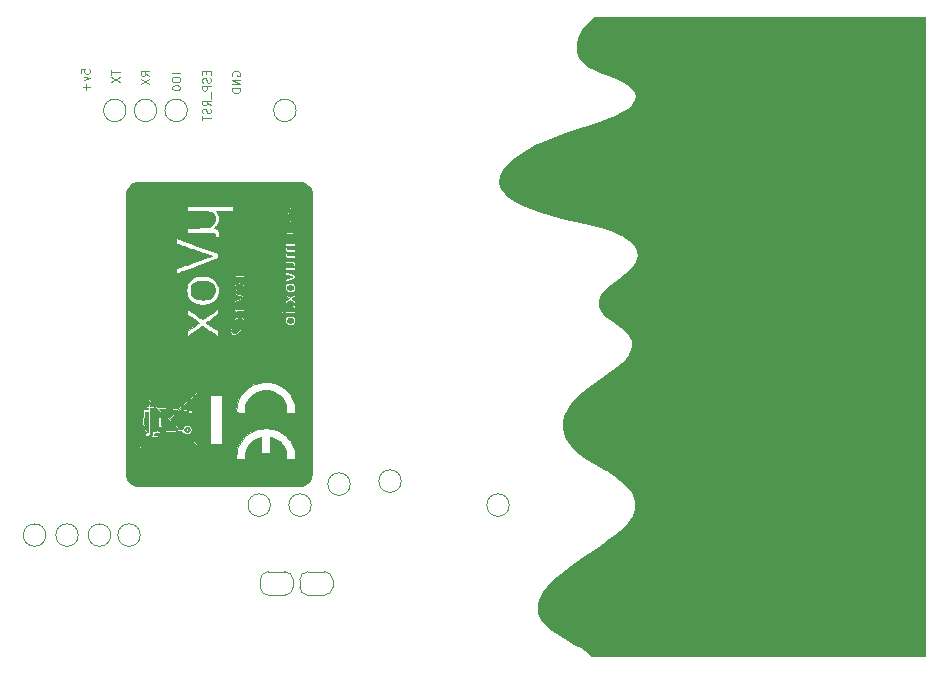
<source format=gbr>
G04 #@! TF.GenerationSoftware,KiCad,Pcbnew,(6.0.4-0)*
G04 #@! TF.CreationDate,2022-11-14T15:10:56+01:00*
G04 #@! TF.ProjectId,muVox,6d75566f-782e-46b6-9963-61645f706362,rc1*
G04 #@! TF.SameCoordinates,Original*
G04 #@! TF.FileFunction,Legend,Bot*
G04 #@! TF.FilePolarity,Positive*
%FSLAX46Y46*%
G04 Gerber Fmt 4.6, Leading zero omitted, Abs format (unit mm)*
G04 Created by KiCad (PCBNEW (6.0.4-0)) date 2022-11-14 15:10:56*
%MOMM*%
%LPD*%
G01*
G04 APERTURE LIST*
%ADD10C,0.100000*%
%ADD11C,0.010000*%
%ADD12C,0.120000*%
G04 APERTURE END LIST*
D10*
X98490100Y-112329300D02*
X98490100Y-112562633D01*
X98856766Y-112662633D02*
X98856766Y-112329300D01*
X98156766Y-112329300D01*
X98156766Y-112662633D01*
X98823433Y-112929300D02*
X98856766Y-113029300D01*
X98856766Y-113195966D01*
X98823433Y-113262633D01*
X98790100Y-113295966D01*
X98723433Y-113329300D01*
X98656766Y-113329300D01*
X98590100Y-113295966D01*
X98556766Y-113262633D01*
X98523433Y-113195966D01*
X98490100Y-113062633D01*
X98456766Y-112995966D01*
X98423433Y-112962633D01*
X98356766Y-112929300D01*
X98290100Y-112929300D01*
X98223433Y-112962633D01*
X98190100Y-112995966D01*
X98156766Y-113062633D01*
X98156766Y-113229300D01*
X98190100Y-113329300D01*
X98856766Y-113629300D02*
X98156766Y-113629300D01*
X98156766Y-113895966D01*
X98190100Y-113962633D01*
X98223433Y-113995966D01*
X98290100Y-114029300D01*
X98390100Y-114029300D01*
X98456766Y-113995966D01*
X98490100Y-113962633D01*
X98523433Y-113895966D01*
X98523433Y-113629300D01*
X98923433Y-114162633D02*
X98923433Y-114695966D01*
X98856766Y-115262633D02*
X98523433Y-115029300D01*
X98856766Y-114862633D02*
X98156766Y-114862633D01*
X98156766Y-115129300D01*
X98190100Y-115195966D01*
X98223433Y-115229300D01*
X98290100Y-115262633D01*
X98390100Y-115262633D01*
X98456766Y-115229300D01*
X98490100Y-115195966D01*
X98523433Y-115129300D01*
X98523433Y-114862633D01*
X98823433Y-115529300D02*
X98856766Y-115629300D01*
X98856766Y-115795966D01*
X98823433Y-115862633D01*
X98790100Y-115895966D01*
X98723433Y-115929300D01*
X98656766Y-115929300D01*
X98590100Y-115895966D01*
X98556766Y-115862633D01*
X98523433Y-115795966D01*
X98490100Y-115662633D01*
X98456766Y-115595966D01*
X98423433Y-115562633D01*
X98356766Y-115529300D01*
X98290100Y-115529300D01*
X98223433Y-115562633D01*
X98190100Y-115595966D01*
X98156766Y-115662633D01*
X98156766Y-115829300D01*
X98190100Y-115929300D01*
X98156766Y-116129300D02*
X98156766Y-116529300D01*
X98856766Y-116329300D02*
X98156766Y-116329300D01*
X90456766Y-112245966D02*
X90456766Y-112645966D01*
X91156766Y-112445966D02*
X90456766Y-112445966D01*
X90456766Y-112812633D02*
X91156766Y-113279300D01*
X90456766Y-113279300D02*
X91156766Y-112812633D01*
X100690100Y-112745966D02*
X100656766Y-112679300D01*
X100656766Y-112579300D01*
X100690100Y-112479300D01*
X100756766Y-112412633D01*
X100823433Y-112379300D01*
X100956766Y-112345966D01*
X101056766Y-112345966D01*
X101190100Y-112379300D01*
X101256766Y-112412633D01*
X101323433Y-112479300D01*
X101356766Y-112579300D01*
X101356766Y-112645966D01*
X101323433Y-112745966D01*
X101290100Y-112779300D01*
X101056766Y-112779300D01*
X101056766Y-112645966D01*
X101356766Y-113079300D02*
X100656766Y-113079300D01*
X101356766Y-113479300D01*
X100656766Y-113479300D01*
X101356766Y-113812633D02*
X100656766Y-113812633D01*
X100656766Y-113979300D01*
X100690100Y-114079300D01*
X100756766Y-114145966D01*
X100823433Y-114179300D01*
X100956766Y-114212633D01*
X101056766Y-114212633D01*
X101190100Y-114179300D01*
X101256766Y-114145966D01*
X101323433Y-114079300D01*
X101356766Y-113979300D01*
X101356766Y-113812633D01*
X96279966Y-112535300D02*
X95579966Y-112535300D01*
X95579966Y-113001966D02*
X95579966Y-113135300D01*
X95613300Y-113201966D01*
X95679966Y-113268633D01*
X95813300Y-113301966D01*
X96046633Y-113301966D01*
X96179966Y-113268633D01*
X96246633Y-113201966D01*
X96279966Y-113135300D01*
X96279966Y-113001966D01*
X96246633Y-112935300D01*
X96179966Y-112868633D01*
X96046633Y-112835300D01*
X95813300Y-112835300D01*
X95679966Y-112868633D01*
X95613300Y-112935300D01*
X95579966Y-113001966D01*
X95579966Y-113735300D02*
X95579966Y-113801966D01*
X95613300Y-113868633D01*
X95646633Y-113901966D01*
X95713300Y-113935300D01*
X95846633Y-113968633D01*
X96013300Y-113968633D01*
X96146633Y-113935300D01*
X96213300Y-113901966D01*
X96246633Y-113868633D01*
X96279966Y-113801966D01*
X96279966Y-113735300D01*
X96246633Y-113668633D01*
X96213300Y-113635300D01*
X96146633Y-113601966D01*
X96013300Y-113568633D01*
X95846633Y-113568633D01*
X95713300Y-113601966D01*
X95646633Y-113635300D01*
X95613300Y-113668633D01*
X95579966Y-113735300D01*
X93656766Y-112762633D02*
X93323433Y-112529300D01*
X93656766Y-112362633D02*
X92956766Y-112362633D01*
X92956766Y-112629300D01*
X92990100Y-112695966D01*
X93023433Y-112729300D01*
X93090100Y-112762633D01*
X93190100Y-112762633D01*
X93256766Y-112729300D01*
X93290100Y-112695966D01*
X93323433Y-112629300D01*
X93323433Y-112362633D01*
X92956766Y-112995966D02*
X93656766Y-113462633D01*
X92956766Y-113462633D02*
X93656766Y-112995966D01*
X87906766Y-112545966D02*
X87906766Y-112212633D01*
X88240100Y-112179300D01*
X88206766Y-112212633D01*
X88173433Y-112279300D01*
X88173433Y-112445966D01*
X88206766Y-112512633D01*
X88240100Y-112545966D01*
X88306766Y-112579300D01*
X88473433Y-112579300D01*
X88540100Y-112545966D01*
X88573433Y-112512633D01*
X88606766Y-112445966D01*
X88606766Y-112279300D01*
X88573433Y-112212633D01*
X88540100Y-112179300D01*
X88140100Y-112812633D02*
X88606766Y-112979300D01*
X88140100Y-113145966D01*
X88340100Y-113412633D02*
X88340100Y-113945966D01*
X88606766Y-113679300D02*
X88073433Y-113679300D01*
G36*
X96488250Y-141087891D02*
G01*
X96602025Y-141097973D01*
X96706205Y-141106598D01*
X96790756Y-141112978D01*
X96845641Y-141116324D01*
X96853375Y-141116590D01*
X96922167Y-141118166D01*
X96922167Y-142294504D01*
X96838970Y-142297822D01*
X96723045Y-142322416D01*
X96617618Y-142381692D01*
X96531952Y-142468014D01*
X96475311Y-142573749D01*
X96466077Y-142605125D01*
X96449437Y-142645455D01*
X96416516Y-142661290D01*
X96379198Y-142663333D01*
X96355350Y-142660951D01*
X96328795Y-142651738D01*
X96295687Y-142632593D01*
X96252179Y-142600415D01*
X96194425Y-142552105D01*
X96118576Y-142484562D01*
X96020787Y-142394685D01*
X95897211Y-142279374D01*
X95862910Y-142247215D01*
X95749295Y-142140206D01*
X95646438Y-142042504D01*
X95558212Y-141957857D01*
X95488492Y-141890012D01*
X95441151Y-141842713D01*
X95420064Y-141819708D01*
X95419333Y-141818285D01*
X95433764Y-141800235D01*
X95473721Y-141757807D01*
X95534206Y-141695952D01*
X95610217Y-141619620D01*
X95696755Y-141533763D01*
X95788818Y-141443331D01*
X95881408Y-141353275D01*
X95969522Y-141268546D01*
X96048162Y-141194094D01*
X96075500Y-141168619D01*
X96191917Y-141060769D01*
X96488250Y-141087891D01*
G37*
D11*
X96488250Y-141087891D02*
X96602025Y-141097973D01*
X96706205Y-141106598D01*
X96790756Y-141112978D01*
X96845641Y-141116324D01*
X96853375Y-141116590D01*
X96922167Y-141118166D01*
X96922167Y-142294504D01*
X96838970Y-142297822D01*
X96723045Y-142322416D01*
X96617618Y-142381692D01*
X96531952Y-142468014D01*
X96475311Y-142573749D01*
X96466077Y-142605125D01*
X96449437Y-142645455D01*
X96416516Y-142661290D01*
X96379198Y-142663333D01*
X96355350Y-142660951D01*
X96328795Y-142651738D01*
X96295687Y-142632593D01*
X96252179Y-142600415D01*
X96194425Y-142552105D01*
X96118576Y-142484562D01*
X96020787Y-142394685D01*
X95897211Y-142279374D01*
X95862910Y-142247215D01*
X95749295Y-142140206D01*
X95646438Y-142042504D01*
X95558212Y-141957857D01*
X95488492Y-141890012D01*
X95441151Y-141842713D01*
X95420064Y-141819708D01*
X95419333Y-141818285D01*
X95433764Y-141800235D01*
X95473721Y-141757807D01*
X95534206Y-141695952D01*
X95610217Y-141619620D01*
X95696755Y-141533763D01*
X95788818Y-141443331D01*
X95881408Y-141353275D01*
X95969522Y-141268546D01*
X96048162Y-141194094D01*
X96075500Y-141168619D01*
X96191917Y-141060769D01*
X96488250Y-141087891D01*
G36*
X93554392Y-140879764D02*
G01*
X93556667Y-140917083D01*
X93553390Y-140966736D01*
X93534903Y-140987099D01*
X93488222Y-140991157D01*
X93482583Y-140991166D01*
X93429094Y-140986481D01*
X93412090Y-140969037D01*
X93430348Y-140933758D01*
X93460406Y-140899007D01*
X93508953Y-140854819D01*
X93539544Y-140848266D01*
X93554392Y-140879764D01*
G37*
X93554392Y-140879764D02*
X93556667Y-140917083D01*
X93553390Y-140966736D01*
X93534903Y-140987099D01*
X93488222Y-140991157D01*
X93482583Y-140991166D01*
X93429094Y-140986481D01*
X93412090Y-140969037D01*
X93430348Y-140933758D01*
X93460406Y-140899007D01*
X93508953Y-140854819D01*
X93539544Y-140848266D01*
X93554392Y-140879764D01*
G36*
X93556667Y-142060083D02*
G01*
X93556436Y-142276201D01*
X93555667Y-142453438D01*
X93554245Y-142595245D01*
X93552053Y-142705073D01*
X93548975Y-142786372D01*
X93544895Y-142842593D01*
X93539699Y-142877186D01*
X93533270Y-142893603D01*
X93528606Y-142896166D01*
X93481787Y-142876176D01*
X93432588Y-142820239D01*
X93383955Y-142734405D01*
X93338838Y-142624723D01*
X93300183Y-142497243D01*
X93273354Y-142372291D01*
X93268178Y-142326185D01*
X93282074Y-142307307D01*
X93325911Y-142303517D01*
X93334946Y-142303500D01*
X93408500Y-142303500D01*
X93408500Y-141626166D01*
X93334417Y-141626166D01*
X93284697Y-141622727D01*
X93264304Y-141604622D01*
X93260334Y-141560174D01*
X93260333Y-141559109D01*
X93264024Y-141501839D01*
X93273579Y-141422628D01*
X93283673Y-141358025D01*
X93307012Y-141224000D01*
X93556667Y-141224000D01*
X93556667Y-142060083D01*
G37*
X93556667Y-142060083D02*
X93556436Y-142276201D01*
X93555667Y-142453438D01*
X93554245Y-142595245D01*
X93552053Y-142705073D01*
X93548975Y-142786372D01*
X93544895Y-142842593D01*
X93539699Y-142877186D01*
X93533270Y-142893603D01*
X93528606Y-142896166D01*
X93481787Y-142876176D01*
X93432588Y-142820239D01*
X93383955Y-142734405D01*
X93338838Y-142624723D01*
X93300183Y-142497243D01*
X93273354Y-142372291D01*
X93268178Y-142326185D01*
X93282074Y-142307307D01*
X93325911Y-142303517D01*
X93334946Y-142303500D01*
X93408500Y-142303500D01*
X93408500Y-141626166D01*
X93334417Y-141626166D01*
X93284697Y-141622727D01*
X93264304Y-141604622D01*
X93260334Y-141560174D01*
X93260333Y-141559109D01*
X93264024Y-141501839D01*
X93273579Y-141422628D01*
X93283673Y-141358025D01*
X93307012Y-141224000D01*
X93556667Y-141224000D01*
X93556667Y-142060083D01*
G36*
X105635548Y-130496992D02*
G01*
X105726960Y-130515885D01*
X105795192Y-130550448D01*
X105801746Y-130556153D01*
X105841073Y-130615874D01*
X105855478Y-130687726D01*
X105843910Y-130755711D01*
X105817419Y-130794663D01*
X105740211Y-130842842D01*
X105647928Y-130868101D01*
X105550628Y-130871572D01*
X105458374Y-130854387D01*
X105381224Y-130817678D01*
X105329238Y-130762577D01*
X105318651Y-130738547D01*
X105313050Y-130659235D01*
X105343496Y-130586355D01*
X105403947Y-130530871D01*
X105442786Y-130513324D01*
X105535857Y-130495545D01*
X105635548Y-130496992D01*
G37*
X105635548Y-130496992D02*
X105726960Y-130515885D01*
X105795192Y-130550448D01*
X105801746Y-130556153D01*
X105841073Y-130615874D01*
X105855478Y-130687726D01*
X105843910Y-130755711D01*
X105817419Y-130794663D01*
X105740211Y-130842842D01*
X105647928Y-130868101D01*
X105550628Y-130871572D01*
X105458374Y-130854387D01*
X105381224Y-130817678D01*
X105329238Y-130762577D01*
X105318651Y-130738547D01*
X105313050Y-130659235D01*
X105343496Y-130586355D01*
X105403947Y-130530871D01*
X105442786Y-130513324D01*
X105535857Y-130495545D01*
X105635548Y-130496992D01*
G36*
X93731292Y-140849774D02*
G01*
X93771891Y-140855927D01*
X93843356Y-140863446D01*
X93934288Y-140871223D01*
X94001167Y-140876073D01*
X94099085Y-140884063D01*
X94185497Y-140893672D01*
X94248891Y-140903484D01*
X94272828Y-140909492D01*
X94297946Y-140927158D01*
X94348314Y-140969108D01*
X94419316Y-141031071D01*
X94506335Y-141108772D01*
X94604756Y-141197937D01*
X94709962Y-141294293D01*
X94817337Y-141393566D01*
X94922265Y-141491483D01*
X95020130Y-141583769D01*
X95106315Y-141666152D01*
X95176205Y-141734357D01*
X95225183Y-141784112D01*
X95248633Y-141811141D01*
X95250000Y-141814160D01*
X95235725Y-141832783D01*
X95196071Y-141876148D01*
X95135796Y-141939269D01*
X95059659Y-142017157D01*
X94979095Y-142098164D01*
X94891959Y-142183552D01*
X94814816Y-142256206D01*
X94752642Y-142311676D01*
X94710412Y-142345515D01*
X94693345Y-142353623D01*
X94688497Y-142328567D01*
X94684312Y-142268358D01*
X94681070Y-142180173D01*
X94679050Y-142071191D01*
X94678500Y-141971889D01*
X94678500Y-141605000D01*
X94424500Y-141605000D01*
X94424500Y-142451666D01*
X94498583Y-142451666D01*
X94547566Y-142455774D01*
X94572032Y-142465874D01*
X94572667Y-142468009D01*
X94558500Y-142488524D01*
X94519982Y-142532078D01*
X94463088Y-142592168D01*
X94397599Y-142658509D01*
X94222532Y-142832666D01*
X94069516Y-142832666D01*
X93986191Y-142834679D01*
X93938061Y-142841622D01*
X93918138Y-142854857D01*
X93916500Y-142862458D01*
X93901053Y-142882292D01*
X93851480Y-142894733D01*
X93800054Y-142899499D01*
X93683609Y-142906750D01*
X93683638Y-141872580D01*
X93683667Y-140838411D01*
X93731292Y-140849774D01*
G37*
X93731292Y-140849774D02*
X93771891Y-140855927D01*
X93843356Y-140863446D01*
X93934288Y-140871223D01*
X94001167Y-140876073D01*
X94099085Y-140884063D01*
X94185497Y-140893672D01*
X94248891Y-140903484D01*
X94272828Y-140909492D01*
X94297946Y-140927158D01*
X94348314Y-140969108D01*
X94419316Y-141031071D01*
X94506335Y-141108772D01*
X94604756Y-141197937D01*
X94709962Y-141294293D01*
X94817337Y-141393566D01*
X94922265Y-141491483D01*
X95020130Y-141583769D01*
X95106315Y-141666152D01*
X95176205Y-141734357D01*
X95225183Y-141784112D01*
X95248633Y-141811141D01*
X95250000Y-141814160D01*
X95235725Y-141832783D01*
X95196071Y-141876148D01*
X95135796Y-141939269D01*
X95059659Y-142017157D01*
X94979095Y-142098164D01*
X94891959Y-142183552D01*
X94814816Y-142256206D01*
X94752642Y-142311676D01*
X94710412Y-142345515D01*
X94693345Y-142353623D01*
X94688497Y-142328567D01*
X94684312Y-142268358D01*
X94681070Y-142180173D01*
X94679050Y-142071191D01*
X94678500Y-141971889D01*
X94678500Y-141605000D01*
X94424500Y-141605000D01*
X94424500Y-142451666D01*
X94498583Y-142451666D01*
X94547566Y-142455774D01*
X94572032Y-142465874D01*
X94572667Y-142468009D01*
X94558500Y-142488524D01*
X94519982Y-142532078D01*
X94463088Y-142592168D01*
X94397599Y-142658509D01*
X94222532Y-142832666D01*
X94069516Y-142832666D01*
X93986191Y-142834679D01*
X93938061Y-142841622D01*
X93918138Y-142854857D01*
X93916500Y-142862458D01*
X93901053Y-142882292D01*
X93851480Y-142894733D01*
X93800054Y-142899499D01*
X93683609Y-142906750D01*
X93683638Y-141872580D01*
X93683667Y-140838411D01*
X93731292Y-140849774D01*
G36*
X105715821Y-133287196D02*
G01*
X105789925Y-133327201D01*
X105804241Y-133340150D01*
X105842212Y-133404697D01*
X105854216Y-133485810D01*
X105840333Y-133556820D01*
X105804372Y-133595286D01*
X105738135Y-133624897D01*
X105653121Y-133643668D01*
X105560825Y-133649616D01*
X105472747Y-133640754D01*
X105428011Y-133628003D01*
X105363768Y-133585991D01*
X105318637Y-133523547D01*
X105304167Y-133464561D01*
X105323208Y-133396665D01*
X105374249Y-133341076D01*
X105448159Y-133300063D01*
X105535810Y-133275898D01*
X105628073Y-133270852D01*
X105715821Y-133287196D01*
G37*
X105715821Y-133287196D02*
X105789925Y-133327201D01*
X105804241Y-133340150D01*
X105842212Y-133404697D01*
X105854216Y-133485810D01*
X105840333Y-133556820D01*
X105804372Y-133595286D01*
X105738135Y-133624897D01*
X105653121Y-133643668D01*
X105560825Y-133649616D01*
X105472747Y-133640754D01*
X105428011Y-133628003D01*
X105363768Y-133585991D01*
X105318637Y-133523547D01*
X105304167Y-133464561D01*
X105323208Y-133396665D01*
X105374249Y-133341076D01*
X105448159Y-133300063D01*
X105535810Y-133275898D01*
X105628073Y-133270852D01*
X105715821Y-133287196D01*
G36*
X93258052Y-141755953D02*
G01*
X93270300Y-141769303D01*
X93277337Y-141800700D01*
X93280588Y-141857629D01*
X93281479Y-141947574D01*
X93281500Y-141975416D01*
X93280969Y-142074565D01*
X93278426Y-142138869D01*
X93272446Y-142175813D01*
X93261602Y-142192880D01*
X93244470Y-142197556D01*
X93239167Y-142197666D01*
X93220281Y-142194880D01*
X93208033Y-142181530D01*
X93200996Y-142150133D01*
X93197745Y-142093204D01*
X93196854Y-142003259D01*
X93196833Y-141975416D01*
X93197364Y-141876268D01*
X93199907Y-141811964D01*
X93205887Y-141775020D01*
X93216731Y-141757953D01*
X93233863Y-141753277D01*
X93239167Y-141753166D01*
X93258052Y-141755953D01*
G37*
X93258052Y-141755953D02*
X93270300Y-141769303D01*
X93277337Y-141800700D01*
X93280588Y-141857629D01*
X93281479Y-141947574D01*
X93281500Y-141975416D01*
X93280969Y-142074565D01*
X93278426Y-142138869D01*
X93272446Y-142175813D01*
X93261602Y-142192880D01*
X93244470Y-142197556D01*
X93239167Y-142197666D01*
X93220281Y-142194880D01*
X93208033Y-142181530D01*
X93200996Y-142150133D01*
X93197745Y-142093204D01*
X93196854Y-142003259D01*
X93196833Y-141975416D01*
X93197364Y-141876268D01*
X93199907Y-141811964D01*
X93205887Y-141775020D01*
X93216731Y-141757953D01*
X93233863Y-141753277D01*
X93239167Y-141753166D01*
X93258052Y-141755953D01*
G36*
X98330348Y-130134256D02*
G01*
X98460250Y-130144133D01*
X98563966Y-130159207D01*
X98577634Y-130162183D01*
X98767617Y-130222649D01*
X98925124Y-130307891D01*
X99049030Y-130417101D01*
X99138208Y-130549470D01*
X99148943Y-130572216D01*
X99179985Y-130672795D01*
X99198766Y-130798895D01*
X99204824Y-130935380D01*
X99197699Y-131067118D01*
X99176930Y-131178972D01*
X99168241Y-131205657D01*
X99093900Y-131352710D01*
X98989178Y-131473421D01*
X98853252Y-131568200D01*
X98685298Y-131637455D01*
X98484491Y-131681597D01*
X98250008Y-131701035D01*
X98169718Y-131702108D01*
X97929098Y-131688643D01*
X97719548Y-131649179D01*
X97541777Y-131584095D01*
X97396498Y-131493771D01*
X97284419Y-131378585D01*
X97206250Y-131238918D01*
X97184466Y-131175692D01*
X97161280Y-131053617D01*
X97154554Y-130915045D01*
X97163399Y-130774192D01*
X97186925Y-130645274D01*
X97224087Y-130542806D01*
X97316398Y-130409429D01*
X97442869Y-130300059D01*
X97602235Y-130215527D01*
X97793231Y-130156664D01*
X97821038Y-130150796D01*
X97919604Y-130137844D01*
X98046417Y-130130906D01*
X98187867Y-130129778D01*
X98330348Y-130134256D01*
G37*
X98330348Y-130134256D02*
X98460250Y-130144133D01*
X98563966Y-130159207D01*
X98577634Y-130162183D01*
X98767617Y-130222649D01*
X98925124Y-130307891D01*
X99049030Y-130417101D01*
X99138208Y-130549470D01*
X99148943Y-130572216D01*
X99179985Y-130672795D01*
X99198766Y-130798895D01*
X99204824Y-130935380D01*
X99197699Y-131067118D01*
X99176930Y-131178972D01*
X99168241Y-131205657D01*
X99093900Y-131352710D01*
X98989178Y-131473421D01*
X98853252Y-131568200D01*
X98685298Y-131637455D01*
X98484491Y-131681597D01*
X98250008Y-131701035D01*
X98169718Y-131702108D01*
X97929098Y-131688643D01*
X97719548Y-131649179D01*
X97541777Y-131584095D01*
X97396498Y-131493771D01*
X97284419Y-131378585D01*
X97206250Y-131238918D01*
X97184466Y-131175692D01*
X97161280Y-131053617D01*
X97154554Y-130915045D01*
X97163399Y-130774192D01*
X97186925Y-130645274D01*
X97224087Y-130542806D01*
X97316398Y-130409429D01*
X97442869Y-130300059D01*
X97602235Y-130215527D01*
X97793231Y-130156664D01*
X97821038Y-130150796D01*
X97919604Y-130137844D01*
X98046417Y-130130906D01*
X98187867Y-130129778D01*
X98330348Y-130134256D01*
G36*
X95747298Y-142263753D02*
G01*
X95856855Y-142366968D01*
X95955485Y-142461065D01*
X96039159Y-142542106D01*
X96103850Y-142606150D01*
X96145528Y-142649258D01*
X96160167Y-142667457D01*
X96144144Y-142684199D01*
X96140460Y-142684500D01*
X96115633Y-142686374D01*
X96053362Y-142691717D01*
X95958354Y-142700105D01*
X95835320Y-142711117D01*
X95688969Y-142724332D01*
X95524009Y-142739327D01*
X95345151Y-142755680D01*
X95313500Y-142758583D01*
X95090375Y-142778983D01*
X94905784Y-142795622D01*
X94756116Y-142808725D01*
X94637760Y-142818520D01*
X94547105Y-142825231D01*
X94480539Y-142829084D01*
X94434453Y-142830304D01*
X94405234Y-142829118D01*
X94389271Y-142825752D01*
X94382954Y-142820430D01*
X94382283Y-142816791D01*
X94396950Y-142798685D01*
X94438455Y-142754881D01*
X94503145Y-142689046D01*
X94587364Y-142604847D01*
X94687459Y-142505951D01*
X94799776Y-142396024D01*
X94858415Y-142339003D01*
X95334430Y-141877090D01*
X95747298Y-142263753D01*
G37*
X95747298Y-142263753D02*
X95856855Y-142366968D01*
X95955485Y-142461065D01*
X96039159Y-142542106D01*
X96103850Y-142606150D01*
X96145528Y-142649258D01*
X96160167Y-142667457D01*
X96144144Y-142684199D01*
X96140460Y-142684500D01*
X96115633Y-142686374D01*
X96053362Y-142691717D01*
X95958354Y-142700105D01*
X95835320Y-142711117D01*
X95688969Y-142724332D01*
X95524009Y-142739327D01*
X95345151Y-142755680D01*
X95313500Y-142758583D01*
X95090375Y-142778983D01*
X94905784Y-142795622D01*
X94756116Y-142808725D01*
X94637760Y-142818520D01*
X94547105Y-142825231D01*
X94480539Y-142829084D01*
X94434453Y-142830304D01*
X94405234Y-142829118D01*
X94389271Y-142825752D01*
X94382954Y-142820430D01*
X94382283Y-142816791D01*
X94396950Y-142798685D01*
X94438455Y-142754881D01*
X94503145Y-142689046D01*
X94587364Y-142604847D01*
X94687459Y-142505951D01*
X94799776Y-142396024D01*
X94858415Y-142339003D01*
X95334430Y-141877090D01*
X95747298Y-142263753D01*
G36*
X101157949Y-130398892D02*
G01*
X101170615Y-130436330D01*
X101175698Y-130504442D01*
X101176663Y-130608614D01*
X101176667Y-130629554D01*
X101176667Y-130872441D01*
X101107875Y-130859808D01*
X101007008Y-130825118D01*
X100939413Y-130764520D01*
X100905592Y-130678575D01*
X100901500Y-130627654D01*
X100920358Y-130541695D01*
X100970212Y-130466108D01*
X101039809Y-130416749D01*
X101096011Y-130394489D01*
X101134236Y-130386741D01*
X101157949Y-130398892D01*
G37*
X101157949Y-130398892D02*
X101170615Y-130436330D01*
X101175698Y-130504442D01*
X101176663Y-130608614D01*
X101176667Y-130629554D01*
X101176667Y-130872441D01*
X101107875Y-130859808D01*
X101007008Y-130825118D01*
X100939413Y-130764520D01*
X100905592Y-130678575D01*
X100901500Y-130627654D01*
X100920358Y-130541695D01*
X100970212Y-130466108D01*
X101039809Y-130416749D01*
X101096011Y-130394489D01*
X101134236Y-130386741D01*
X101157949Y-130398892D01*
G36*
X94278586Y-142985297D02*
G01*
X94292512Y-143005794D01*
X94297170Y-143052985D01*
X94297500Y-143086666D01*
X94297500Y-143192500D01*
X94159917Y-143192500D01*
X94089849Y-143190148D01*
X94040295Y-143183994D01*
X94022333Y-143175740D01*
X94038211Y-143145658D01*
X94078380Y-143102053D01*
X94131642Y-143054483D01*
X94186800Y-143012508D01*
X94232657Y-142985683D01*
X94250676Y-142980833D01*
X94278586Y-142985297D01*
G37*
X94278586Y-142985297D02*
X94292512Y-143005794D01*
X94297170Y-143052985D01*
X94297500Y-143086666D01*
X94297500Y-143192500D01*
X94159917Y-143192500D01*
X94089849Y-143190148D01*
X94040295Y-143183994D01*
X94022333Y-143175740D01*
X94038211Y-143145658D01*
X94078380Y-143102053D01*
X94131642Y-143054483D01*
X94186800Y-143012508D01*
X94232657Y-142985683D01*
X94250676Y-142980833D01*
X94278586Y-142985297D01*
G36*
X100921346Y-147464237D02*
G01*
X100323188Y-147463782D01*
X99684387Y-147463282D01*
X99525667Y-147463157D01*
X98806000Y-147462589D01*
X92716085Y-147457781D01*
X92466583Y-147457583D01*
X92345077Y-147408513D01*
X92172091Y-147316832D01*
X92016678Y-147191549D01*
X91886255Y-147040079D01*
X91788238Y-146869835D01*
X91775008Y-146838759D01*
X91725750Y-146716750D01*
X91725750Y-145171583D01*
X101039083Y-145171583D01*
X101764401Y-145183145D01*
X101773814Y-144902197D01*
X101779508Y-144773543D01*
X101787947Y-144674611D01*
X101801010Y-144592803D01*
X101820578Y-144515516D01*
X101841002Y-144451916D01*
X101917305Y-144263451D01*
X102013466Y-144093768D01*
X102136713Y-143931655D01*
X102264608Y-143794969D01*
X102365185Y-143698926D01*
X102451976Y-143626250D01*
X102537730Y-143567327D01*
X102635200Y-143512542D01*
X102647750Y-143506065D01*
X102731259Y-143466113D01*
X102827171Y-143424620D01*
X102925480Y-143385400D01*
X103016182Y-143352271D01*
X103089271Y-143329050D01*
X103134742Y-143319552D01*
X103136813Y-143319500D01*
X103138827Y-143339838D01*
X103140666Y-143397538D01*
X103142270Y-143487631D01*
X103143579Y-143605143D01*
X103144532Y-143745106D01*
X103145069Y-143902548D01*
X103145167Y-144007416D01*
X103145167Y-144695333D01*
X103886000Y-144695333D01*
X103886000Y-144005990D01*
X103886118Y-143816900D01*
X103886626Y-143665966D01*
X103887750Y-143549011D01*
X103889720Y-143461859D01*
X103892762Y-143400330D01*
X103897106Y-143360250D01*
X103902980Y-143337441D01*
X103910611Y-143327725D01*
X103920227Y-143326926D01*
X103923042Y-143327652D01*
X103970721Y-143340533D01*
X104023583Y-143353543D01*
X104073388Y-143368834D01*
X104147519Y-143395781D01*
X104231515Y-143429076D01*
X104247580Y-143435759D01*
X104484944Y-143557645D01*
X104696943Y-143712243D01*
X104880908Y-143896526D01*
X105034168Y-144107470D01*
X105154054Y-144342048D01*
X105223103Y-144540997D01*
X105248959Y-144651807D01*
X105264106Y-144768101D01*
X105270471Y-144906128D01*
X105270905Y-144943971D01*
X105272417Y-145182025D01*
X105637542Y-145182096D01*
X106002667Y-145182166D01*
X106002667Y-144951671D01*
X105999418Y-144833666D01*
X105990709Y-144709298D01*
X105978095Y-144597961D01*
X105970663Y-144552466D01*
X105893185Y-144254365D01*
X105778454Y-143972853D01*
X105629122Y-143710389D01*
X105447841Y-143469433D01*
X105237265Y-143252445D01*
X105000045Y-143061886D01*
X104738835Y-142900216D01*
X104456287Y-142769894D01*
X104155054Y-142673382D01*
X103886814Y-142619842D01*
X103728317Y-142604828D01*
X103545621Y-142600770D01*
X103352715Y-142606969D01*
X103163590Y-142622725D01*
X102992236Y-142647340D01*
X102889605Y-142669662D01*
X102577740Y-142771171D01*
X102287579Y-142906265D01*
X102021406Y-143072644D01*
X101781505Y-143268011D01*
X101769333Y-143280799D01*
X101570160Y-143490066D01*
X101389655Y-143736511D01*
X101242273Y-144005047D01*
X101130299Y-144293376D01*
X101076714Y-144494250D01*
X101062368Y-144582515D01*
X101050876Y-144698091D01*
X101043515Y-144825984D01*
X101041565Y-144907000D01*
X101039083Y-145171583D01*
X91725750Y-145171583D01*
X91725750Y-139379048D01*
X92678250Y-139379048D01*
X92731167Y-139435462D01*
X92757587Y-139461619D01*
X92811492Y-139513341D01*
X92889391Y-139587337D01*
X92987798Y-139680314D01*
X93103221Y-139788979D01*
X93232174Y-139910039D01*
X93371166Y-140040203D01*
X93455315Y-140118859D01*
X93595885Y-140250480D01*
X93726132Y-140373050D01*
X93842947Y-140483597D01*
X93943222Y-140579152D01*
X94023848Y-140656743D01*
X94081715Y-140713400D01*
X94113716Y-140746152D01*
X94119167Y-140753222D01*
X94096307Y-140754949D01*
X94040523Y-140753729D01*
X93961099Y-140749871D01*
X93897727Y-140745858D01*
X93683667Y-140731115D01*
X93683667Y-140638891D01*
X93681662Y-140581522D01*
X93670293Y-140554802D01*
X93641529Y-140547064D01*
X93620167Y-140546666D01*
X93576774Y-140551125D01*
X93559541Y-140573218D01*
X93556667Y-140617204D01*
X93549693Y-140668004D01*
X93521961Y-140706378D01*
X93477644Y-140738912D01*
X93419126Y-140786241D01*
X93356249Y-140851079D01*
X93324225Y-140890625D01*
X93266714Y-140957606D01*
X93219021Y-140988264D01*
X93200544Y-140991166D01*
X93175861Y-140993301D01*
X93161572Y-141005543D01*
X93155322Y-141036646D01*
X93154755Y-141095367D01*
X93156402Y-141155208D01*
X93157081Y-141274833D01*
X93152174Y-141387860D01*
X93142593Y-141486857D01*
X93129251Y-141564395D01*
X93113061Y-141613042D01*
X93098544Y-141626166D01*
X93087427Y-141634086D01*
X93079452Y-141661348D01*
X93074172Y-141713212D01*
X93071143Y-141794936D01*
X93069918Y-141911777D01*
X93069833Y-141964833D01*
X93070375Y-142093920D01*
X93072352Y-142186358D01*
X93076288Y-142247825D01*
X93082709Y-142283996D01*
X93092141Y-142300546D01*
X93101180Y-142303500D01*
X93129365Y-142321489D01*
X93142301Y-142351125D01*
X93177696Y-142511192D01*
X93212056Y-142637249D01*
X93248330Y-142737432D01*
X93289469Y-142819877D01*
X93338424Y-142892718D01*
X93338965Y-142893427D01*
X93372168Y-142940334D01*
X93381344Y-142971838D01*
X93369131Y-143005415D01*
X93358625Y-143023717D01*
X93327658Y-143100649D01*
X93335274Y-143167942D01*
X93371458Y-143223092D01*
X93441499Y-143277657D01*
X93516738Y-143291041D01*
X93592924Y-143262855D01*
X93616314Y-143245410D01*
X93662923Y-143196822D01*
X93681562Y-143144491D01*
X93683667Y-143105952D01*
X93685880Y-143052586D01*
X93700752Y-143029152D01*
X93740628Y-143023327D01*
X93766602Y-143023166D01*
X93829307Y-143019992D01*
X93877332Y-143012169D01*
X93883019Y-143010319D01*
X93907092Y-143010567D01*
X93916010Y-143042053D01*
X93916500Y-143060726D01*
X93913405Y-143079515D01*
X93902355Y-143103210D01*
X93880701Y-143134648D01*
X93845797Y-143176664D01*
X93794993Y-143232094D01*
X93725642Y-143303773D01*
X93635097Y-143394536D01*
X93520708Y-143507219D01*
X93379829Y-143644657D01*
X93286791Y-143735032D01*
X93131918Y-143885516D01*
X93005159Y-144009295D01*
X92904096Y-144108988D01*
X92826310Y-144187212D01*
X92769382Y-144246587D01*
X92730894Y-144289730D01*
X92708427Y-144319260D01*
X92699561Y-144337794D01*
X92701879Y-144347951D01*
X92712961Y-144352348D01*
X92716085Y-144352775D01*
X92734664Y-144351679D01*
X92758067Y-144342670D01*
X92789443Y-144323020D01*
X92831940Y-144290005D01*
X92888705Y-144240897D01*
X92962888Y-144172972D01*
X93057637Y-144083502D01*
X93176100Y-143969763D01*
X93321425Y-143829028D01*
X93325103Y-143825457D01*
X93875120Y-143291447D01*
X94139227Y-143296400D01*
X94403333Y-143301354D01*
X94403333Y-143130510D01*
X94404704Y-143043760D01*
X94409814Y-142991536D01*
X94420156Y-142966091D01*
X94436283Y-142959666D01*
X94463722Y-142957764D01*
X94528834Y-142952322D01*
X94627142Y-142943742D01*
X94754169Y-142932426D01*
X94905438Y-142918772D01*
X95076473Y-142903183D01*
X95262796Y-142886059D01*
X95389180Y-142874370D01*
X96309128Y-142789073D01*
X96988449Y-143425316D01*
X97156661Y-143582451D01*
X97296804Y-143712361D01*
X97411325Y-143817156D01*
X97502673Y-143898952D01*
X97573294Y-143959860D01*
X97625637Y-144001995D01*
X97662149Y-144027470D01*
X97685278Y-144038398D01*
X97697135Y-144037187D01*
X97722266Y-144009548D01*
X97726500Y-143998812D01*
X97711573Y-143981437D01*
X97669332Y-143939017D01*
X97603586Y-143875204D01*
X97518142Y-143793649D01*
X97416809Y-143698004D01*
X97303396Y-143591920D01*
X97260833Y-143552333D01*
X97144005Y-143443300D01*
X97037909Y-143343260D01*
X96946357Y-143255889D01*
X96873162Y-143184865D01*
X96822136Y-143133862D01*
X96797089Y-143106557D01*
X96795167Y-143103262D01*
X96814042Y-143093178D01*
X96861574Y-143087290D01*
X96886272Y-143086666D01*
X96987627Y-143067830D01*
X97087424Y-143017094D01*
X97171982Y-142943121D01*
X97217512Y-142876936D01*
X97253910Y-142763822D01*
X97255736Y-142645056D01*
X97225275Y-142531343D01*
X97164810Y-142433384D01*
X97112495Y-142384693D01*
X97049167Y-142337872D01*
X97049167Y-141308666D01*
X97260833Y-141308666D01*
X97260833Y-141075833D01*
X97156052Y-141075833D01*
X97078763Y-141069552D01*
X97037862Y-141049980D01*
X97033149Y-141043454D01*
X97015615Y-141029730D01*
X96976136Y-141017405D01*
X96909693Y-141005598D01*
X96811263Y-140993425D01*
X96675825Y-140980003D01*
X96668074Y-140979291D01*
X96551910Y-140968340D01*
X96451549Y-140958289D01*
X96374108Y-140949899D01*
X96326707Y-140943929D01*
X96315201Y-140941590D01*
X96328745Y-140926177D01*
X96369863Y-140884306D01*
X96435613Y-140818863D01*
X96523057Y-140732734D01*
X96629253Y-140628804D01*
X96751261Y-140509960D01*
X96886142Y-140379086D01*
X97029618Y-140240360D01*
X97197649Y-140077936D01*
X97337396Y-139942208D01*
X97451228Y-139830678D01*
X97497473Y-139784666D01*
X98806000Y-139784666D01*
X98806000Y-143891000D01*
X99800833Y-143891000D01*
X99800833Y-141023595D01*
X101031583Y-141023595D01*
X101032598Y-141075833D01*
X101039083Y-141255750D01*
X101404208Y-141261541D01*
X101769333Y-141267333D01*
X101769646Y-141039291D01*
X101778667Y-140838221D01*
X101807104Y-140660493D01*
X101857917Y-140490444D01*
X101887568Y-140415346D01*
X102003516Y-140193067D01*
X102154394Y-139989152D01*
X102335181Y-139807974D01*
X102540854Y-139653906D01*
X102766389Y-139531321D01*
X103000627Y-139446286D01*
X103269950Y-139391276D01*
X103536400Y-139374903D01*
X103796509Y-139395328D01*
X104046812Y-139450712D01*
X104283843Y-139539217D01*
X104504135Y-139659004D01*
X104704224Y-139808235D01*
X104880642Y-139985071D01*
X105029924Y-140187674D01*
X105148604Y-140414205D01*
X105223103Y-140625163D01*
X105248959Y-140735974D01*
X105264106Y-140852268D01*
X105270471Y-140990295D01*
X105270905Y-141028137D01*
X105272417Y-141266191D01*
X106002667Y-141266333D01*
X106002667Y-141046856D01*
X105999203Y-140927610D01*
X105989962Y-140798696D01*
X105976670Y-140681946D01*
X105970913Y-140645288D01*
X105898922Y-140354496D01*
X105787068Y-140074481D01*
X105637173Y-139808631D01*
X105549768Y-139692025D01*
X105451056Y-139560334D01*
X105301953Y-139400507D01*
X105156000Y-139274595D01*
X105088507Y-139216369D01*
X105061007Y-139192644D01*
X104903152Y-139088533D01*
X104798348Y-139019411D01*
X104517533Y-138881474D01*
X104222122Y-138779500D01*
X103915672Y-138714155D01*
X103601742Y-138686106D01*
X103283889Y-138696020D01*
X102965673Y-138744563D01*
X102650652Y-138832402D01*
X102523325Y-138879896D01*
X102307307Y-138979807D01*
X102106769Y-139101618D01*
X101912185Y-139251798D01*
X101736609Y-139414250D01*
X101610741Y-139543195D01*
X101600000Y-139555365D01*
X101510333Y-139656970D01*
X101427341Y-139766281D01*
X101353720Y-139881835D01*
X101281428Y-140014338D01*
X101272286Y-140032228D01*
X101170700Y-140267965D01*
X101094806Y-140520114D01*
X101047475Y-140776162D01*
X101031583Y-141023595D01*
X99800833Y-141023595D01*
X99800833Y-139784666D01*
X98806000Y-139784666D01*
X97497473Y-139784666D01*
X97541514Y-139740846D01*
X97610624Y-139670212D01*
X97660927Y-139616277D01*
X97694793Y-139576541D01*
X97714591Y-139548504D01*
X97722690Y-139529667D01*
X97721460Y-139517531D01*
X97718506Y-139513601D01*
X97702754Y-139503847D01*
X97681613Y-139506735D01*
X97649731Y-139525962D01*
X97601751Y-139565223D01*
X97532319Y-139628215D01*
X97475908Y-139681035D01*
X97409272Y-139744278D01*
X97317708Y-139831880D01*
X97206601Y-139938653D01*
X97081338Y-140059406D01*
X96947304Y-140188951D01*
X96809886Y-140322098D01*
X96721053Y-140408357D01*
X96177349Y-140936797D01*
X95964375Y-140919239D01*
X95327383Y-140866724D01*
X95137895Y-140850960D01*
X94958189Y-140835741D01*
X94793426Y-140821522D01*
X94648768Y-140808761D01*
X94529376Y-140797915D01*
X94440414Y-140789440D01*
X94387042Y-140783794D01*
X94379191Y-140782784D01*
X94355278Y-140778464D01*
X94331055Y-140770839D01*
X94303582Y-140757435D01*
X94269916Y-140735777D01*
X94227119Y-140703390D01*
X94172249Y-140657800D01*
X94102365Y-140596533D01*
X94014526Y-140517114D01*
X93905793Y-140417068D01*
X93773223Y-140293920D01*
X93613877Y-140145197D01*
X93545199Y-140081000D01*
X93368034Y-139915756D01*
X93218901Y-139777635D01*
X93095283Y-139664453D01*
X92994663Y-139574027D01*
X92914522Y-139504174D01*
X92852343Y-139452710D01*
X92805609Y-139417453D01*
X92771802Y-139396219D01*
X92748405Y-139386825D01*
X92743841Y-139386066D01*
X92678250Y-139379048D01*
X91725750Y-139379048D01*
X91725750Y-134583023D01*
X96837500Y-134583023D01*
X96838574Y-134687222D01*
X96842231Y-134754407D01*
X96849124Y-134789855D01*
X96859902Y-134798842D01*
X96863958Y-134797187D01*
X96886945Y-134781638D01*
X96940355Y-134744569D01*
X97020038Y-134688888D01*
X97121844Y-134617506D01*
X97241622Y-134533331D01*
X97375224Y-134439273D01*
X97493667Y-134355763D01*
X97635615Y-134255684D01*
X97767203Y-134163046D01*
X97884276Y-134080761D01*
X97982682Y-134011745D01*
X98058266Y-133958910D01*
X98106874Y-133925170D01*
X98123753Y-133913758D01*
X98148737Y-133921380D01*
X98206450Y-133953931D01*
X98295895Y-134010752D01*
X98416072Y-134091188D01*
X98565986Y-134194579D01*
X98744639Y-134320269D01*
X98799475Y-134359225D01*
X98946606Y-134463870D01*
X99083527Y-134561102D01*
X99206258Y-134648106D01*
X99310817Y-134722066D01*
X99393224Y-134780166D01*
X99449497Y-134819592D01*
X99475657Y-134837527D01*
X99476430Y-134838010D01*
X99488992Y-134838023D01*
X99497314Y-134816207D01*
X99502147Y-134766791D01*
X99504242Y-134684007D01*
X99504500Y-134622341D01*
X99504500Y-134389746D01*
X99385364Y-134308339D01*
X100502376Y-134308339D01*
X100515294Y-134432335D01*
X100545414Y-134512600D01*
X100612911Y-134605358D01*
X100698744Y-134660076D01*
X100804317Y-134677516D01*
X100845460Y-134675034D01*
X100917899Y-134661431D01*
X100988380Y-134634406D01*
X101062847Y-134589927D01*
X101147247Y-134523959D01*
X101247526Y-134432469D01*
X101345622Y-134335725D01*
X101424441Y-134257293D01*
X101493165Y-134190873D01*
X101546176Y-134141744D01*
X101577855Y-134115185D01*
X101583747Y-134112000D01*
X101589493Y-134131925D01*
X101594347Y-134186739D01*
X101597915Y-134269001D01*
X101599803Y-134371270D01*
X101600000Y-134418916D01*
X101600000Y-134725833D01*
X101705833Y-134725833D01*
X101705833Y-134334250D01*
X101705696Y-134196773D01*
X101704839Y-134095947D01*
X101702600Y-134026092D01*
X101698312Y-133981526D01*
X101691310Y-133956567D01*
X101680929Y-133945534D01*
X101666505Y-133942746D01*
X101659998Y-133942666D01*
X101628880Y-133956172D01*
X101623531Y-133958494D01*
X101561135Y-134005075D01*
X101474472Y-134081054D01*
X101379540Y-134171077D01*
X101263530Y-134282774D01*
X101171485Y-134367960D01*
X101098122Y-134430727D01*
X101038160Y-134475169D01*
X100986316Y-134505381D01*
X100937307Y-134525455D01*
X100912751Y-134532825D01*
X100807076Y-134544914D01*
X100720075Y-134522822D01*
X100655087Y-134471829D01*
X100615447Y-134397210D01*
X100604493Y-134304243D01*
X100625562Y-134198207D01*
X100656503Y-134127587D01*
X100685690Y-134070183D01*
X100695629Y-134036821D01*
X100687547Y-134014490D01*
X100668926Y-133995818D01*
X100644973Y-133978029D01*
X100625409Y-133981164D01*
X100601379Y-134010977D01*
X100572751Y-134058310D01*
X100521773Y-134179605D01*
X100502376Y-134308339D01*
X99385364Y-134308339D01*
X98981986Y-134032707D01*
X98850330Y-133942232D01*
X98730451Y-133858866D01*
X98626713Y-133785722D01*
X98543482Y-133725914D01*
X98485121Y-133682557D01*
X98455996Y-133658764D01*
X98453536Y-133655709D01*
X98468863Y-133639249D01*
X98515097Y-133602254D01*
X98588010Y-133547804D01*
X98643991Y-133507400D01*
X100801305Y-133507400D01*
X100805429Y-133641474D01*
X100823046Y-133718146D01*
X100846164Y-133758322D01*
X100879282Y-133767829D01*
X100899510Y-133763381D01*
X100928708Y-133748332D01*
X100936665Y-133719928D01*
X100929503Y-133671158D01*
X100915777Y-133541370D01*
X100933240Y-133439524D01*
X100982884Y-133364478D01*
X101065699Y-133315091D01*
X101182677Y-133290222D01*
X101263495Y-133286579D01*
X101395283Y-133297509D01*
X101494809Y-133331725D01*
X101566356Y-133391147D01*
X101595350Y-133435302D01*
X101609064Y-133488484D01*
X101612869Y-133565664D01*
X101607222Y-133649794D01*
X101592580Y-133723827D01*
X101587179Y-133739782D01*
X101587875Y-133765065D01*
X101621834Y-133773243D01*
X101628880Y-133773333D01*
X101670557Y-133764059D01*
X101695361Y-133728561D01*
X101703319Y-133704541D01*
X101723684Y-133577054D01*
X101719329Y-133520668D01*
X105157179Y-133520668D01*
X105182443Y-133633084D01*
X105229241Y-133721194D01*
X105316196Y-133802219D01*
X105426142Y-133854936D01*
X105549768Y-133878401D01*
X105677766Y-133871672D01*
X105800827Y-133833807D01*
X105880576Y-133787154D01*
X105951513Y-133710722D01*
X105999325Y-133608757D01*
X106021447Y-133492730D01*
X106015315Y-133374115D01*
X105991276Y-133291886D01*
X105928714Y-133186018D01*
X105841565Y-133112087D01*
X105727297Y-133068617D01*
X105583782Y-133054131D01*
X105443595Y-133069650D01*
X105328055Y-133118262D01*
X105233661Y-133201441D01*
X105233588Y-133201528D01*
X105182863Y-133291576D01*
X105157356Y-133402394D01*
X105157179Y-133520668D01*
X101719329Y-133520668D01*
X101714072Y-133452616D01*
X101702953Y-133411367D01*
X101671009Y-133345059D01*
X101626336Y-133282370D01*
X101623578Y-133279318D01*
X101555990Y-133216862D01*
X101484131Y-133177486D01*
X101395886Y-133156743D01*
X101279144Y-133150182D01*
X101271917Y-133150145D01*
X101176859Y-133152218D01*
X101108594Y-133161189D01*
X101051754Y-133180090D01*
X101008152Y-133202175D01*
X100904795Y-133282053D01*
X100864364Y-133342015D01*
X100835091Y-133385429D01*
X100801305Y-133507400D01*
X98643991Y-133507400D01*
X98683374Y-133478976D01*
X98796962Y-133398850D01*
X98924544Y-133310505D01*
X98975087Y-133275916D01*
X99469112Y-132938909D01*
X100796037Y-132938909D01*
X100800282Y-132991635D01*
X100825828Y-133023651D01*
X100864364Y-133028693D01*
X100895652Y-133016721D01*
X100913417Y-132984581D01*
X100923638Y-132926666D01*
X100941663Y-132835705D01*
X100974121Y-132766427D01*
X100985088Y-132755797D01*
X104796167Y-132755797D01*
X104812949Y-132802461D01*
X104853506Y-132842630D01*
X104903152Y-132865830D01*
X104945689Y-132862441D01*
X105003231Y-132814316D01*
X105023879Y-132756128D01*
X105005858Y-132696107D01*
X104986667Y-132672666D01*
X104958416Y-132651500D01*
X105156000Y-132651500D01*
X105156000Y-132863166D01*
X106002667Y-132863166D01*
X106002667Y-132651500D01*
X105156000Y-132651500D01*
X104958416Y-132651500D01*
X104944761Y-132641270D01*
X104912583Y-132630333D01*
X104868500Y-132647656D01*
X104825625Y-132688855D01*
X104798946Y-132737781D01*
X104796167Y-132755797D01*
X100985088Y-132755797D01*
X101025954Y-132716185D01*
X101102104Y-132682327D01*
X101207514Y-132662204D01*
X101347126Y-132653166D01*
X101435958Y-132651965D01*
X101705833Y-132651500D01*
X101705833Y-132524500D01*
X100816833Y-132524500D01*
X100816833Y-132577416D01*
X100825701Y-132617825D01*
X100859994Y-132630166D01*
X100868019Y-132630333D01*
X100932739Y-132634832D01*
X100959015Y-132651150D01*
X100948161Y-132683520D01*
X100901492Y-132736174D01*
X100901044Y-132736622D01*
X100847425Y-132803387D01*
X100812087Y-132873487D01*
X100796037Y-132938909D01*
X99469112Y-132938909D01*
X99502573Y-132916083D01*
X99503537Y-132688541D01*
X99502894Y-132596137D01*
X99500410Y-132521780D01*
X99496500Y-132474113D01*
X99492575Y-132461000D01*
X99473188Y-132472811D01*
X99423167Y-132506449D01*
X99346388Y-132559222D01*
X99246726Y-132628437D01*
X99128057Y-132711402D01*
X98994256Y-132805424D01*
X98849198Y-132907812D01*
X98836757Y-132916613D01*
X98690057Y-133020167D01*
X98553515Y-133116071D01*
X98431148Y-133201540D01*
X98326971Y-133273790D01*
X98244999Y-133330037D01*
X98189250Y-133367496D01*
X98163738Y-133383382D01*
X98163242Y-133383594D01*
X98139217Y-133374411D01*
X98112406Y-133358890D01*
X98084346Y-133342645D01*
X98002059Y-133290554D01*
X97895786Y-133220400D01*
X97768960Y-133134440D01*
X97625010Y-133034934D01*
X97490851Y-132940756D01*
X96848083Y-132486551D01*
X96842008Y-132699886D01*
X96840333Y-132792492D01*
X96840714Y-132870130D01*
X96843001Y-132922457D01*
X96845408Y-132937911D01*
X96864768Y-132955841D01*
X96914679Y-132994111D01*
X96990565Y-133049437D01*
X97087850Y-133118535D01*
X97201955Y-133198122D01*
X97328306Y-133284913D01*
X97343004Y-133294928D01*
X97470478Y-133382092D01*
X97586363Y-133462052D01*
X97686066Y-133531582D01*
X97764995Y-133587454D01*
X97818556Y-133626442D01*
X97842158Y-133645318D01*
X97842740Y-133646047D01*
X97828889Y-133662208D01*
X97784052Y-133698704D01*
X97712487Y-133752424D01*
X97618455Y-133820255D01*
X97506216Y-133899085D01*
X97380030Y-133985804D01*
X97345927Y-134008944D01*
X96837500Y-134353048D01*
X96837500Y-134583023D01*
X91725750Y-134583023D01*
X91725750Y-132307055D01*
X105774878Y-132307055D01*
X105800319Y-132366791D01*
X105849593Y-132409126D01*
X105910641Y-132418764D01*
X105968433Y-132395371D01*
X105991511Y-132371041D01*
X106017992Y-132307124D01*
X106002804Y-132248269D01*
X106002667Y-132248130D01*
X105955042Y-132199699D01*
X105896833Y-132156401D01*
X105838625Y-132199819D01*
X105786512Y-132252688D01*
X105774878Y-132307055D01*
X91725750Y-132307055D01*
X91725750Y-130983690D01*
X96805369Y-130983690D01*
X96818315Y-131143029D01*
X96845508Y-131281407D01*
X96856892Y-131318000D01*
X96949489Y-131524021D01*
X97074164Y-131702642D01*
X97230169Y-131853194D01*
X97416757Y-131975008D01*
X97633179Y-132067416D01*
X97726500Y-132095608D01*
X97829508Y-132114978D01*
X97962183Y-132127604D01*
X98112406Y-132133515D01*
X98268056Y-132132741D01*
X98417012Y-132125311D01*
X98547155Y-132111255D01*
X98636667Y-132093382D01*
X98860622Y-132013670D01*
X99056931Y-131905534D01*
X99223432Y-131770955D01*
X99357964Y-131611917D01*
X99458364Y-131430401D01*
X99505714Y-131296299D01*
X99534566Y-131148382D01*
X100816833Y-131148382D01*
X100817249Y-131171719D01*
X100821687Y-131190924D01*
X100834933Y-131208411D01*
X100861772Y-131226593D01*
X100906990Y-131247885D01*
X100975373Y-131274698D01*
X101071705Y-131309448D01*
X101200774Y-131354547D01*
X101280496Y-131382223D01*
X101407237Y-131427294D01*
X101496147Y-131461564D01*
X101549980Y-131486277D01*
X101571488Y-131502674D01*
X101566246Y-131511066D01*
X101533653Y-131523056D01*
X101468555Y-131546501D01*
X101378357Y-131578751D01*
X101270469Y-131617154D01*
X101176667Y-131650432D01*
X100827417Y-131774155D01*
X100820570Y-131845272D01*
X100819009Y-131892150D01*
X100830539Y-131906624D01*
X100852320Y-131901195D01*
X100884083Y-131888898D01*
X100948125Y-131864260D01*
X101037189Y-131830069D01*
X101144015Y-131789111D01*
X101240167Y-131752281D01*
X101358097Y-131707102D01*
X101466087Y-131665684D01*
X101556327Y-131631024D01*
X101621008Y-131606122D01*
X101648905Y-131595318D01*
X101688230Y-131574288D01*
X101702769Y-131542857D01*
X101701821Y-131493248D01*
X101697117Y-131436821D01*
X105156000Y-131436821D01*
X105304167Y-131508500D01*
X105374149Y-131544245D01*
X105426310Y-131574489D01*
X105451376Y-131593752D01*
X105452333Y-131596015D01*
X105435052Y-131612830D01*
X105389175Y-131643368D01*
X105323654Y-131681796D01*
X105304308Y-131692468D01*
X105156283Y-131773083D01*
X105156141Y-131886643D01*
X105156859Y-131951593D01*
X105162156Y-131981890D01*
X105176432Y-131985212D01*
X105203625Y-131969536D01*
X105282050Y-131920888D01*
X105366581Y-131871419D01*
X105448194Y-131826051D01*
X105517866Y-131789707D01*
X105566575Y-131767308D01*
X105583026Y-131762554D01*
X105605567Y-131768543D01*
X105646675Y-131787994D01*
X105710531Y-131823222D01*
X105801316Y-131876541D01*
X105923209Y-131950266D01*
X105933875Y-131956776D01*
X106002667Y-131998786D01*
X106002525Y-131885935D01*
X106002383Y-131773083D01*
X105854358Y-131692468D01*
X105785306Y-131653896D01*
X105733447Y-131623089D01*
X105707669Y-131605386D01*
X105706333Y-131603545D01*
X105723397Y-131590031D01*
X105768535Y-131561851D01*
X105832663Y-131524627D01*
X105845652Y-131517327D01*
X105914279Y-131476334D01*
X105967107Y-131439889D01*
X105994018Y-131415059D01*
X105995154Y-131412879D01*
X106000117Y-131375945D01*
X105999799Y-131317128D01*
X105998710Y-131299912D01*
X105992083Y-131213481D01*
X105591591Y-131449107D01*
X105589917Y-131448260D01*
X105506087Y-131405822D01*
X105442279Y-131372137D01*
X105360830Y-131327299D01*
X105288292Y-131286126D01*
X105156000Y-131209715D01*
X105156000Y-131436821D01*
X101697117Y-131436821D01*
X101695250Y-131414421D01*
X101282500Y-131257794D01*
X101261419Y-131249794D01*
X101134798Y-131201834D01*
X101022253Y-131159374D01*
X100929531Y-131124571D01*
X100862383Y-131099579D01*
X100826559Y-131086552D01*
X100822210Y-131085166D01*
X100818425Y-131103597D01*
X100816833Y-131147960D01*
X100816833Y-131148382D01*
X99534566Y-131148382D01*
X99535687Y-131142633D01*
X99548700Y-130966892D01*
X99544756Y-130785784D01*
X99523861Y-130616018D01*
X99515599Y-130579485D01*
X100805006Y-130579485D01*
X100806133Y-130703368D01*
X100806777Y-130707285D01*
X100843921Y-130807212D01*
X100914330Y-130892373D01*
X101009806Y-130956546D01*
X101122152Y-130993510D01*
X101192542Y-131000035D01*
X101282500Y-131000500D01*
X101282500Y-130386666D01*
X101351292Y-130386746D01*
X101446725Y-130406396D01*
X101527256Y-130460294D01*
X101586437Y-130541207D01*
X101617822Y-130641903D01*
X101621167Y-130689539D01*
X101614803Y-130754734D01*
X101598842Y-130832885D01*
X101591488Y-130859552D01*
X101574735Y-130918465D01*
X101572486Y-130947480D01*
X101586878Y-130957186D01*
X101611406Y-130958166D01*
X101653592Y-130950625D01*
X101681319Y-130921741D01*
X101702426Y-130862123D01*
X101707044Y-130843597D01*
X101723678Y-130709099D01*
X101721849Y-130683000D01*
X105156000Y-130683000D01*
X105171160Y-130816186D01*
X105218083Y-130923164D01*
X105298936Y-131007995D01*
X105346272Y-131039617D01*
X105408618Y-131071501D01*
X105469037Y-131088373D01*
X105545464Y-131094265D01*
X105589917Y-131094409D01*
X105712609Y-131084707D01*
X105807195Y-131055369D01*
X105884971Y-131002233D01*
X105911569Y-130975901D01*
X105979695Y-130873618D01*
X106016213Y-130753188D01*
X106019001Y-130626841D01*
X105990960Y-130518278D01*
X105925914Y-130409243D01*
X105833685Y-130331770D01*
X105730165Y-130288204D01*
X105588320Y-130264823D01*
X105458806Y-130277632D01*
X105346380Y-130323361D01*
X105255799Y-130398738D01*
X105191821Y-130500491D01*
X105162559Y-130612506D01*
X105159204Y-130625350D01*
X105156000Y-130683000D01*
X101721849Y-130683000D01*
X101714098Y-130572404D01*
X101703374Y-130524250D01*
X101654721Y-130423685D01*
X101573237Y-130339908D01*
X101467346Y-130280210D01*
X101397270Y-130259325D01*
X101250290Y-130244831D01*
X101116472Y-130262141D01*
X101000427Y-130307757D01*
X100906762Y-130378184D01*
X100864364Y-130436520D01*
X100840085Y-130469926D01*
X100805006Y-130579485D01*
X99515599Y-130579485D01*
X99505501Y-130534833D01*
X99435798Y-130357649D01*
X99329220Y-130192247D01*
X99190579Y-130043038D01*
X99185468Y-130039076D01*
X100796037Y-130039076D01*
X100800282Y-130091802D01*
X100825828Y-130123818D01*
X100864364Y-130128859D01*
X100895652Y-130116888D01*
X100913417Y-130084748D01*
X100918035Y-130058583D01*
X105156000Y-130058583D01*
X105157079Y-130122357D01*
X105159862Y-130164643D01*
X105162559Y-130175000D01*
X105182874Y-130168374D01*
X105235856Y-130150190D01*
X105314259Y-130122989D01*
X105410832Y-130089312D01*
X105518328Y-130051700D01*
X105629497Y-130012694D01*
X105737092Y-129974835D01*
X105833865Y-129940665D01*
X105912565Y-129912723D01*
X105965946Y-129893552D01*
X105977225Y-129889413D01*
X105993426Y-129866840D01*
X105999649Y-129811628D01*
X105998392Y-129748922D01*
X105992083Y-129618629D01*
X105611083Y-129484087D01*
X105489604Y-129441243D01*
X105380157Y-129402741D01*
X105289671Y-129371014D01*
X105225081Y-129348491D01*
X105193317Y-129337602D01*
X105193042Y-129337513D01*
X105171832Y-129335824D01*
X105160642Y-129354233D01*
X105156436Y-129401414D01*
X105156000Y-129443323D01*
X105156866Y-129507541D01*
X105159102Y-129550342D01*
X105161325Y-129561166D01*
X105186693Y-129566862D01*
X105243069Y-129582203D01*
X105321630Y-129604575D01*
X105413556Y-129631360D01*
X105510025Y-129659942D01*
X105602215Y-129687706D01*
X105681305Y-129712033D01*
X105738473Y-129730309D01*
X105764898Y-129739917D01*
X105765613Y-129740391D01*
X105765983Y-129762560D01*
X105765613Y-129762942D01*
X105743811Y-129771237D01*
X105690124Y-129788539D01*
X105613373Y-129812231D01*
X105522381Y-129839697D01*
X105425969Y-129868321D01*
X105332958Y-129895486D01*
X105252171Y-129918576D01*
X105192428Y-129934974D01*
X105162551Y-129942065D01*
X105161325Y-129942166D01*
X105158408Y-129961318D01*
X105156474Y-130010719D01*
X105156000Y-130058583D01*
X100918035Y-130058583D01*
X100923638Y-130026833D01*
X100941663Y-129935871D01*
X100974121Y-129866594D01*
X101025954Y-129816352D01*
X101102104Y-129782494D01*
X101207514Y-129762371D01*
X101347126Y-129753332D01*
X101435958Y-129752131D01*
X101705833Y-129751666D01*
X101705833Y-129624666D01*
X100816833Y-129624666D01*
X100816833Y-129677583D01*
X100825701Y-129717991D01*
X100859994Y-129730333D01*
X100868019Y-129730500D01*
X100932739Y-129734999D01*
X100959015Y-129751317D01*
X100948161Y-129783687D01*
X100901492Y-129836341D01*
X100901044Y-129836789D01*
X100847425Y-129903553D01*
X100812087Y-129973654D01*
X100796037Y-130039076D01*
X99185468Y-130039076D01*
X99024685Y-129914433D01*
X98836350Y-129810841D01*
X98636667Y-129738399D01*
X98536210Y-129718940D01*
X98405637Y-129705746D01*
X98256704Y-129698843D01*
X98101164Y-129698254D01*
X97950773Y-129704004D01*
X97817286Y-129716117D01*
X97712456Y-129734618D01*
X97705333Y-129736462D01*
X97480940Y-129815249D01*
X97286888Y-129923283D01*
X97123547Y-130060226D01*
X96991284Y-130225737D01*
X96890466Y-130419477D01*
X96852769Y-130524250D01*
X96822522Y-130659865D01*
X96806747Y-130817824D01*
X96805369Y-130983690D01*
X91725750Y-130983690D01*
X91725750Y-129256193D01*
X95948500Y-129256193D01*
X95949920Y-129347018D01*
X95953757Y-129419678D01*
X95959379Y-129465381D01*
X95964375Y-129476679D01*
X95986226Y-129469745D01*
X96045065Y-129449568D01*
X96138021Y-129417163D01*
X96262222Y-129373545D01*
X96414799Y-129319731D01*
X96592879Y-129256735D01*
X96793590Y-129185573D01*
X96808812Y-129180166D01*
X105156000Y-129180166D01*
X106002667Y-129180166D01*
X106002667Y-128968500D01*
X105928583Y-128968500D01*
X105872455Y-128963032D01*
X105857214Y-128946614D01*
X105882850Y-128919226D01*
X105897511Y-128909489D01*
X105951918Y-128857541D01*
X105997061Y-128783879D01*
X106021897Y-128708056D01*
X106023754Y-128685949D01*
X106014488Y-128625276D01*
X105991811Y-128558341D01*
X105989170Y-128552601D01*
X105957153Y-128498607D01*
X105915368Y-128458303D01*
X105857735Y-128429849D01*
X105778174Y-128411409D01*
X105683074Y-128402335D01*
X105670603Y-128401144D01*
X105528943Y-128397218D01*
X105474343Y-128397000D01*
X105156000Y-128397000D01*
X105156000Y-128605467D01*
X105454252Y-128612358D01*
X105572619Y-128615460D01*
X105656100Y-128619209D01*
X105712136Y-128624853D01*
X105748171Y-128633642D01*
X105771646Y-128646826D01*
X105790004Y-128665655D01*
X105792919Y-128669220D01*
X105828284Y-128743507D01*
X105824697Y-128823874D01*
X105789464Y-128891562D01*
X105770880Y-128913656D01*
X105750847Y-128928975D01*
X105721830Y-128938760D01*
X105676299Y-128944251D01*
X105606720Y-128946689D01*
X105505562Y-128947313D01*
X105450797Y-128947333D01*
X105156000Y-128947333D01*
X105156000Y-129180166D01*
X96808812Y-129180166D01*
X97014063Y-129107261D01*
X97251425Y-129022814D01*
X97502806Y-128933249D01*
X97743043Y-128847539D01*
X99505836Y-128218220D01*
X99499876Y-127998636D01*
X99493917Y-127779052D01*
X99208167Y-127677039D01*
X97726500Y-127148078D01*
X97133851Y-126936500D01*
X105156000Y-126936500D01*
X105156000Y-127148166D01*
X105230083Y-127148166D01*
X105279050Y-127153483D01*
X105303527Y-127166555D01*
X105304167Y-127169333D01*
X105287925Y-127189725D01*
X105281989Y-127190500D01*
X105254015Y-127204770D01*
X105214290Y-127239791D01*
X105207906Y-127246507D01*
X105173333Y-127295699D01*
X105158216Y-127355752D01*
X105156000Y-127408050D01*
X105159953Y-127477275D01*
X105177544Y-127524879D01*
X105217366Y-127571271D01*
X105229725Y-127583117D01*
X105303451Y-127652649D01*
X105229725Y-127726374D01*
X105182915Y-127779843D01*
X105161339Y-127829399D01*
X105156003Y-127896040D01*
X105156000Y-127898518D01*
X105162786Y-127973076D01*
X105179753Y-128040242D01*
X105186817Y-128056530D01*
X105216785Y-128101769D01*
X105257392Y-128135399D01*
X105314690Y-128158991D01*
X105394732Y-128174117D01*
X105503570Y-128182347D01*
X105647257Y-128185253D01*
X105683074Y-128185333D01*
X106002667Y-128185333D01*
X106002667Y-127952500D01*
X105702708Y-127952500D01*
X105579416Y-127951729D01*
X105491383Y-127948930D01*
X105431556Y-127943372D01*
X105392880Y-127934328D01*
X105368302Y-127921066D01*
X105364042Y-127917469D01*
X105331552Y-127862141D01*
X105330032Y-127793028D01*
X105359381Y-127725100D01*
X105365386Y-127717227D01*
X105383626Y-127697577D01*
X105406150Y-127683660D01*
X105440390Y-127674210D01*
X105493773Y-127667963D01*
X105573730Y-127663653D01*
X105687690Y-127660016D01*
X105704052Y-127659563D01*
X106002667Y-127651362D01*
X106002667Y-127444500D01*
X105702708Y-127444500D01*
X105579416Y-127443729D01*
X105491383Y-127440930D01*
X105431556Y-127435372D01*
X105392880Y-127426328D01*
X105368302Y-127413066D01*
X105364042Y-127409469D01*
X105331523Y-127354103D01*
X105330098Y-127284940D01*
X105359639Y-127216772D01*
X105365775Y-127208720D01*
X105384043Y-127188880D01*
X105406298Y-127174870D01*
X105439986Y-127165429D01*
X105492549Y-127159299D01*
X105571431Y-127155220D01*
X105684076Y-127151933D01*
X105704442Y-127151428D01*
X106002667Y-127144107D01*
X106002667Y-126936500D01*
X105156000Y-126936500D01*
X97133851Y-126936500D01*
X95959083Y-126517103D01*
X95953013Y-126730256D01*
X95952015Y-126821394D01*
X95954190Y-126896177D01*
X95959087Y-126944860D01*
X95963596Y-126957966D01*
X95988812Y-126969597D01*
X96050136Y-126993381D01*
X96143569Y-127027936D01*
X96265108Y-127071881D01*
X96410751Y-127123832D01*
X96576497Y-127182408D01*
X96758345Y-127246227D01*
X96952292Y-127313906D01*
X97154337Y-127384064D01*
X97360478Y-127455317D01*
X97566714Y-127526285D01*
X97769043Y-127595585D01*
X97963463Y-127661835D01*
X98145974Y-127723652D01*
X98312572Y-127779654D01*
X98459257Y-127828460D01*
X98582026Y-127868687D01*
X98676879Y-127898953D01*
X98739814Y-127917876D01*
X98753083Y-127921443D01*
X98847697Y-127946330D01*
X98927210Y-127969014D01*
X98982563Y-127986795D01*
X99004054Y-127996211D01*
X98995149Y-128008301D01*
X98953851Y-128023964D01*
X98898221Y-128037773D01*
X98840339Y-128051016D01*
X98770252Y-128069499D01*
X98685109Y-128094162D01*
X98582061Y-128125945D01*
X98458261Y-128165789D01*
X98310859Y-128214635D01*
X98137006Y-128273423D01*
X97933853Y-128343093D01*
X97698552Y-128424587D01*
X97428253Y-128518844D01*
X97218500Y-128592288D01*
X97015270Y-128663528D01*
X96820635Y-128731723D01*
X96638939Y-128795355D01*
X96474524Y-128852903D01*
X96331732Y-128902849D01*
X96214906Y-128943673D01*
X96128389Y-128973856D01*
X96076523Y-128991878D01*
X96070208Y-128994056D01*
X95948500Y-129035886D01*
X95948500Y-129256193D01*
X91725750Y-129256193D01*
X91725750Y-126026333D01*
X96837500Y-126026333D01*
X97928263Y-126026333D01*
X98184336Y-126026444D01*
X98401469Y-126026961D01*
X98583055Y-126028162D01*
X98732489Y-126030323D01*
X98853163Y-126033721D01*
X98948471Y-126038635D01*
X99021807Y-126045340D01*
X99076562Y-126054115D01*
X99116132Y-126065235D01*
X99143910Y-126078978D01*
X99163288Y-126095622D01*
X99177660Y-126115443D01*
X99185296Y-126128983D01*
X99198788Y-126174979D01*
X99207002Y-126243055D01*
X99208167Y-126278942D01*
X99208167Y-126386166D01*
X99501217Y-126386166D01*
X99525861Y-126311493D01*
X99539025Y-126249290D01*
X99547541Y-126165773D01*
X99549460Y-126100532D01*
X99546797Y-126079191D01*
X105111584Y-126079191D01*
X105131037Y-126100432D01*
X105188373Y-126110845D01*
X105198333Y-126111000D01*
X105283000Y-126111000D01*
X105283000Y-126216833D01*
X105286399Y-126283388D01*
X105298167Y-126315894D01*
X105314750Y-126322666D01*
X105334716Y-126311337D01*
X105344468Y-126272110D01*
X105346500Y-126216833D01*
X105346500Y-126111000D01*
X105595790Y-126111000D01*
X105724756Y-126113022D01*
X105817303Y-126120768D01*
X105879224Y-126136759D01*
X105916313Y-126163514D01*
X105934363Y-126203553D01*
X105939166Y-126259397D01*
X105939167Y-126260367D01*
X105945185Y-126320239D01*
X105964174Y-126343292D01*
X105969153Y-126343833D01*
X106000933Y-126325377D01*
X106019229Y-126277508D01*
X106022336Y-126211474D01*
X106008547Y-126138524D01*
X106002801Y-126121937D01*
X105973960Y-126076211D01*
X105923969Y-126043121D01*
X105847708Y-126021217D01*
X105740062Y-126009050D01*
X105595914Y-126005170D01*
X105590596Y-126005166D01*
X105346500Y-126005166D01*
X105346500Y-125952250D01*
X105338995Y-125908971D01*
X105320511Y-125903653D01*
X105297094Y-125935497D01*
X105287127Y-125960092D01*
X105283000Y-125967083D01*
X105259740Y-126006488D01*
X105210243Y-126030650D01*
X105189807Y-126035134D01*
X105130885Y-126054849D01*
X105111584Y-126079191D01*
X99546797Y-126079191D01*
X99531417Y-125955923D01*
X99479859Y-125837076D01*
X99395015Y-125744309D01*
X99327105Y-125706082D01*
X105010891Y-125706082D01*
X105031056Y-125738877D01*
X105039583Y-125743512D01*
X105088507Y-125748102D01*
X105122184Y-125728057D01*
X105133455Y-125695007D01*
X105115164Y-125660580D01*
X105097792Y-125648938D01*
X105084293Y-125645333D01*
X105283000Y-125645333D01*
X105283000Y-125751166D01*
X106002667Y-125751166D01*
X106002667Y-125645333D01*
X105283000Y-125645333D01*
X105084293Y-125645333D01*
X105054085Y-125637266D01*
X105052739Y-125637409D01*
X105034292Y-125639374D01*
X105011605Y-125665740D01*
X105010891Y-125706082D01*
X99327105Y-125706082D01*
X99277114Y-125677942D01*
X99234625Y-125663007D01*
X99180467Y-125642997D01*
X99148412Y-125625039D01*
X99144667Y-125619429D01*
X99158790Y-125598908D01*
X99196915Y-125555858D01*
X99252679Y-125497245D01*
X99299532Y-125449958D01*
X99374051Y-125373465D01*
X99424804Y-125313035D01*
X99459795Y-125256749D01*
X99487024Y-125192686D01*
X99500729Y-125152283D01*
X105267207Y-125152283D01*
X105268787Y-125261936D01*
X105271596Y-125280641D01*
X105289353Y-125357226D01*
X105312179Y-125396457D01*
X105343520Y-125403281D01*
X105354700Y-125399902D01*
X105380266Y-125374122D01*
X105376903Y-125351560D01*
X105360058Y-125287979D01*
X105351971Y-125209528D01*
X105353305Y-125134131D01*
X105364726Y-125079713D01*
X105366676Y-125075683D01*
X105397416Y-125041831D01*
X105447396Y-125034674D01*
X105458489Y-125035555D01*
X105493866Y-125042300D01*
X105520533Y-125060007D01*
X105545543Y-125097212D01*
X105575950Y-125162452D01*
X105589374Y-125193969D01*
X105636761Y-125298373D01*
X105678520Y-125368287D01*
X105720564Y-125409950D01*
X105768803Y-125429601D01*
X105816458Y-125433666D01*
X105898245Y-125414715D01*
X105965395Y-125364401D01*
X106005728Y-125292536D01*
X106009124Y-125278458D01*
X106019850Y-125180204D01*
X106017320Y-125079447D01*
X106002156Y-124996994D01*
X106000596Y-124992325D01*
X105969737Y-124939414D01*
X105934831Y-124925666D01*
X105904567Y-124933966D01*
X105907715Y-124962708D01*
X105923390Y-125022846D01*
X105933687Y-125104081D01*
X105936982Y-125186169D01*
X105931651Y-125248866D01*
X105930916Y-125251991D01*
X105904541Y-125302051D01*
X105874617Y-125328395D01*
X105827222Y-125343948D01*
X105784999Y-125332883D01*
X105743408Y-125291294D01*
X105697911Y-125215271D01*
X105665294Y-125148141D01*
X105624449Y-125067160D01*
X105584301Y-125000121D01*
X105551280Y-124957308D01*
X105540665Y-124948795D01*
X105462634Y-124926041D01*
X105392020Y-124940257D01*
X105333076Y-124986199D01*
X105290054Y-125058623D01*
X105283000Y-125087540D01*
X105267207Y-125152283D01*
X99500729Y-125152283D01*
X99502128Y-125148158D01*
X99535192Y-125015648D01*
X99548970Y-124874401D01*
X99549857Y-124819976D01*
X99539768Y-124658547D01*
X105011332Y-124658547D01*
X105018664Y-124701763D01*
X105052739Y-124721144D01*
X105097928Y-124711095D01*
X105128821Y-124678493D01*
X105125219Y-124643552D01*
X105091366Y-124621004D01*
X105071333Y-124618750D01*
X105024993Y-124632990D01*
X105011332Y-124658547D01*
X99539768Y-124658547D01*
X99539504Y-124654325D01*
X99528507Y-124608166D01*
X105283000Y-124608166D01*
X105283000Y-124714000D01*
X106002667Y-124714000D01*
X106002667Y-124608166D01*
X105283000Y-124608166D01*
X99528507Y-124608166D01*
X99506102Y-124514123D01*
X99446137Y-124387263D01*
X99406961Y-124327659D01*
X99368506Y-124272960D01*
X99342449Y-124234327D01*
X99335163Y-124221826D01*
X99355498Y-124220783D01*
X99413194Y-124220254D01*
X99503279Y-124220224D01*
X99620784Y-124220677D01*
X99760737Y-124221596D01*
X99918170Y-124222966D01*
X100023079Y-124224042D01*
X100711000Y-124231502D01*
X100711000Y-123803833D01*
X96837500Y-123803833D01*
X96837500Y-124227166D01*
X97757208Y-124227166D01*
X97996250Y-124227713D01*
X98209339Y-124229310D01*
X98393650Y-124231897D01*
X98546359Y-124235411D01*
X98664642Y-124239790D01*
X98745674Y-124244973D01*
X98781709Y-124249640D01*
X98923725Y-124299078D01*
X99040692Y-124379558D01*
X99128028Y-124487781D01*
X99138501Y-124506605D01*
X99164277Y-124558547D01*
X99181165Y-124604738D01*
X99190957Y-124656201D01*
X99195441Y-124723961D01*
X99196409Y-124819040D01*
X99196241Y-124862166D01*
X99193506Y-124986899D01*
X99186217Y-125078192D01*
X99173358Y-125144794D01*
X99158718Y-125185430D01*
X99098281Y-125285199D01*
X99014091Y-125381075D01*
X98920478Y-125457789D01*
X98881527Y-125480761D01*
X98830265Y-125506220D01*
X98782099Y-125527365D01*
X98732559Y-125544643D01*
X98677175Y-125558498D01*
X98611476Y-125569376D01*
X98530991Y-125577724D01*
X98431251Y-125583986D01*
X98307784Y-125588608D01*
X98156121Y-125592036D01*
X97971790Y-125594716D01*
X97750322Y-125597093D01*
X97710625Y-125597480D01*
X96837500Y-125605929D01*
X96837500Y-126026333D01*
X91725750Y-126026333D01*
X91725750Y-123787276D01*
X105283000Y-123787276D01*
X105283000Y-123843395D01*
X105285347Y-123866815D01*
X105296584Y-123886259D01*
X105322999Y-123905208D01*
X105370884Y-123927143D01*
X105446530Y-123955544D01*
X105552875Y-123992736D01*
X105657489Y-124028963D01*
X105751680Y-124061748D01*
X105826115Y-124087831D01*
X105871465Y-124103952D01*
X105875667Y-124105489D01*
X105892627Y-124111598D01*
X105903041Y-124117243D01*
X105902784Y-124124278D01*
X105887732Y-124134561D01*
X105853760Y-124149948D01*
X105796744Y-124172294D01*
X105712559Y-124203456D01*
X105597082Y-124245291D01*
X105446187Y-124299654D01*
X105436458Y-124303160D01*
X105357805Y-124333114D01*
X105311476Y-124356508D01*
X105289289Y-124379090D01*
X105283063Y-124406609D01*
X105283000Y-124410995D01*
X105289607Y-124447806D01*
X105302686Y-124456472D01*
X105328156Y-124447053D01*
X105386363Y-124425388D01*
X105470391Y-124394054D01*
X105573326Y-124355629D01*
X105662233Y-124322416D01*
X106002094Y-124195416D01*
X106002380Y-124128475D01*
X106000089Y-124093799D01*
X105987351Y-124069002D01*
X105955909Y-124047358D01*
X105897506Y-124022136D01*
X105849208Y-124003664D01*
X105758786Y-123969413D01*
X105647564Y-123927064D01*
X105534243Y-123883744D01*
X105489375Y-123866535D01*
X105283000Y-123787276D01*
X91725750Y-123787276D01*
X91725750Y-122523250D01*
X91775008Y-122401241D01*
X91866610Y-122228481D01*
X91991914Y-122073201D01*
X92143501Y-121942816D01*
X92313954Y-121844738D01*
X92345077Y-121831487D01*
X92466583Y-121782416D01*
X106669417Y-121782416D01*
X106791426Y-121831675D01*
X106964186Y-121923277D01*
X107119465Y-122048580D01*
X107249850Y-122200168D01*
X107347928Y-122370621D01*
X107361180Y-122401743D01*
X107410250Y-122523250D01*
X107414442Y-134588250D01*
X107414735Y-135443333D01*
X107415006Y-136257116D01*
X107415251Y-137030629D01*
X107415468Y-137764906D01*
X107415652Y-138460979D01*
X107415803Y-139119880D01*
X107415915Y-139742641D01*
X107415987Y-140330294D01*
X107416016Y-140883873D01*
X107415998Y-141404408D01*
X107415932Y-141892933D01*
X107415813Y-142350479D01*
X107415639Y-142778079D01*
X107415407Y-143176765D01*
X107415115Y-143547570D01*
X107414758Y-143891525D01*
X107414335Y-144209663D01*
X107413843Y-144503017D01*
X107413277Y-144772617D01*
X107412637Y-145019498D01*
X107411918Y-145244690D01*
X107411117Y-145449227D01*
X107410233Y-145634140D01*
X107409261Y-145800462D01*
X107408200Y-145949225D01*
X107407045Y-146081461D01*
X107405795Y-146198203D01*
X107404445Y-146300482D01*
X107402994Y-146389332D01*
X107401439Y-146465784D01*
X107399776Y-146530871D01*
X107398002Y-146585624D01*
X107396115Y-146631077D01*
X107394112Y-146668261D01*
X107391990Y-146698208D01*
X107389745Y-146721952D01*
X107387376Y-146740524D01*
X107384878Y-146754956D01*
X107382250Y-146766281D01*
X107380003Y-146773949D01*
X107298298Y-146963546D01*
X107184019Y-147128052D01*
X107040338Y-147264317D01*
X106870427Y-147369193D01*
X106722333Y-147426995D01*
X106709202Y-147430830D01*
X106695003Y-147434421D01*
X106678370Y-147437775D01*
X106657939Y-147440899D01*
X106632346Y-147443800D01*
X106600226Y-147446484D01*
X106560214Y-147448958D01*
X106510946Y-147451229D01*
X106451057Y-147453305D01*
X106379182Y-147455192D01*
X106293958Y-147456896D01*
X106194018Y-147458425D01*
X106077999Y-147459786D01*
X105944535Y-147460985D01*
X105792263Y-147462029D01*
X105619818Y-147462925D01*
X105425835Y-147463680D01*
X105208949Y-147464301D01*
X104967795Y-147464795D01*
X104701010Y-147465168D01*
X104407229Y-147465428D01*
X104085086Y-147465581D01*
X103733217Y-147465634D01*
X103350259Y-147465593D01*
X102934845Y-147465467D01*
X102485611Y-147465261D01*
X102001193Y-147464983D01*
X101764401Y-147464827D01*
X101480227Y-147464639D01*
X100921346Y-147464237D01*
G37*
X100921346Y-147464237D02*
X100323188Y-147463782D01*
X99684387Y-147463282D01*
X99525667Y-147463157D01*
X98806000Y-147462589D01*
X92716085Y-147457781D01*
X92466583Y-147457583D01*
X92345077Y-147408513D01*
X92172091Y-147316832D01*
X92016678Y-147191549D01*
X91886255Y-147040079D01*
X91788238Y-146869835D01*
X91775008Y-146838759D01*
X91725750Y-146716750D01*
X91725750Y-145171583D01*
X101039083Y-145171583D01*
X101764401Y-145183145D01*
X101773814Y-144902197D01*
X101779508Y-144773543D01*
X101787947Y-144674611D01*
X101801010Y-144592803D01*
X101820578Y-144515516D01*
X101841002Y-144451916D01*
X101917305Y-144263451D01*
X102013466Y-144093768D01*
X102136713Y-143931655D01*
X102264608Y-143794969D01*
X102365185Y-143698926D01*
X102451976Y-143626250D01*
X102537730Y-143567327D01*
X102635200Y-143512542D01*
X102647750Y-143506065D01*
X102731259Y-143466113D01*
X102827171Y-143424620D01*
X102925480Y-143385400D01*
X103016182Y-143352271D01*
X103089271Y-143329050D01*
X103134742Y-143319552D01*
X103136813Y-143319500D01*
X103138827Y-143339838D01*
X103140666Y-143397538D01*
X103142270Y-143487631D01*
X103143579Y-143605143D01*
X103144532Y-143745106D01*
X103145069Y-143902548D01*
X103145167Y-144007416D01*
X103145167Y-144695333D01*
X103886000Y-144695333D01*
X103886000Y-144005990D01*
X103886118Y-143816900D01*
X103886626Y-143665966D01*
X103887750Y-143549011D01*
X103889720Y-143461859D01*
X103892762Y-143400330D01*
X103897106Y-143360250D01*
X103902980Y-143337441D01*
X103910611Y-143327725D01*
X103920227Y-143326926D01*
X103923042Y-143327652D01*
X103970721Y-143340533D01*
X104023583Y-143353543D01*
X104073388Y-143368834D01*
X104147519Y-143395781D01*
X104231515Y-143429076D01*
X104247580Y-143435759D01*
X104484944Y-143557645D01*
X104696943Y-143712243D01*
X104880908Y-143896526D01*
X105034168Y-144107470D01*
X105154054Y-144342048D01*
X105223103Y-144540997D01*
X105248959Y-144651807D01*
X105264106Y-144768101D01*
X105270471Y-144906128D01*
X105270905Y-144943971D01*
X105272417Y-145182025D01*
X105637542Y-145182096D01*
X106002667Y-145182166D01*
X106002667Y-144951671D01*
X105999418Y-144833666D01*
X105990709Y-144709298D01*
X105978095Y-144597961D01*
X105970663Y-144552466D01*
X105893185Y-144254365D01*
X105778454Y-143972853D01*
X105629122Y-143710389D01*
X105447841Y-143469433D01*
X105237265Y-143252445D01*
X105000045Y-143061886D01*
X104738835Y-142900216D01*
X104456287Y-142769894D01*
X104155054Y-142673382D01*
X103886814Y-142619842D01*
X103728317Y-142604828D01*
X103545621Y-142600770D01*
X103352715Y-142606969D01*
X103163590Y-142622725D01*
X102992236Y-142647340D01*
X102889605Y-142669662D01*
X102577740Y-142771171D01*
X102287579Y-142906265D01*
X102021406Y-143072644D01*
X101781505Y-143268011D01*
X101769333Y-143280799D01*
X101570160Y-143490066D01*
X101389655Y-143736511D01*
X101242273Y-144005047D01*
X101130299Y-144293376D01*
X101076714Y-144494250D01*
X101062368Y-144582515D01*
X101050876Y-144698091D01*
X101043515Y-144825984D01*
X101041565Y-144907000D01*
X101039083Y-145171583D01*
X91725750Y-145171583D01*
X91725750Y-139379048D01*
X92678250Y-139379048D01*
X92731167Y-139435462D01*
X92757587Y-139461619D01*
X92811492Y-139513341D01*
X92889391Y-139587337D01*
X92987798Y-139680314D01*
X93103221Y-139788979D01*
X93232174Y-139910039D01*
X93371166Y-140040203D01*
X93455315Y-140118859D01*
X93595885Y-140250480D01*
X93726132Y-140373050D01*
X93842947Y-140483597D01*
X93943222Y-140579152D01*
X94023848Y-140656743D01*
X94081715Y-140713400D01*
X94113716Y-140746152D01*
X94119167Y-140753222D01*
X94096307Y-140754949D01*
X94040523Y-140753729D01*
X93961099Y-140749871D01*
X93897727Y-140745858D01*
X93683667Y-140731115D01*
X93683667Y-140638891D01*
X93681662Y-140581522D01*
X93670293Y-140554802D01*
X93641529Y-140547064D01*
X93620167Y-140546666D01*
X93576774Y-140551125D01*
X93559541Y-140573218D01*
X93556667Y-140617204D01*
X93549693Y-140668004D01*
X93521961Y-140706378D01*
X93477644Y-140738912D01*
X93419126Y-140786241D01*
X93356249Y-140851079D01*
X93324225Y-140890625D01*
X93266714Y-140957606D01*
X93219021Y-140988264D01*
X93200544Y-140991166D01*
X93175861Y-140993301D01*
X93161572Y-141005543D01*
X93155322Y-141036646D01*
X93154755Y-141095367D01*
X93156402Y-141155208D01*
X93157081Y-141274833D01*
X93152174Y-141387860D01*
X93142593Y-141486857D01*
X93129251Y-141564395D01*
X93113061Y-141613042D01*
X93098544Y-141626166D01*
X93087427Y-141634086D01*
X93079452Y-141661348D01*
X93074172Y-141713212D01*
X93071143Y-141794936D01*
X93069918Y-141911777D01*
X93069833Y-141964833D01*
X93070375Y-142093920D01*
X93072352Y-142186358D01*
X93076288Y-142247825D01*
X93082709Y-142283996D01*
X93092141Y-142300546D01*
X93101180Y-142303500D01*
X93129365Y-142321489D01*
X93142301Y-142351125D01*
X93177696Y-142511192D01*
X93212056Y-142637249D01*
X93248330Y-142737432D01*
X93289469Y-142819877D01*
X93338424Y-142892718D01*
X93338965Y-142893427D01*
X93372168Y-142940334D01*
X93381344Y-142971838D01*
X93369131Y-143005415D01*
X93358625Y-143023717D01*
X93327658Y-143100649D01*
X93335274Y-143167942D01*
X93371458Y-143223092D01*
X93441499Y-143277657D01*
X93516738Y-143291041D01*
X93592924Y-143262855D01*
X93616314Y-143245410D01*
X93662923Y-143196822D01*
X93681562Y-143144491D01*
X93683667Y-143105952D01*
X93685880Y-143052586D01*
X93700752Y-143029152D01*
X93740628Y-143023327D01*
X93766602Y-143023166D01*
X93829307Y-143019992D01*
X93877332Y-143012169D01*
X93883019Y-143010319D01*
X93907092Y-143010567D01*
X93916010Y-143042053D01*
X93916500Y-143060726D01*
X93913405Y-143079515D01*
X93902355Y-143103210D01*
X93880701Y-143134648D01*
X93845797Y-143176664D01*
X93794993Y-143232094D01*
X93725642Y-143303773D01*
X93635097Y-143394536D01*
X93520708Y-143507219D01*
X93379829Y-143644657D01*
X93286791Y-143735032D01*
X93131918Y-143885516D01*
X93005159Y-144009295D01*
X92904096Y-144108988D01*
X92826310Y-144187212D01*
X92769382Y-144246587D01*
X92730894Y-144289730D01*
X92708427Y-144319260D01*
X92699561Y-144337794D01*
X92701879Y-144347951D01*
X92712961Y-144352348D01*
X92716085Y-144352775D01*
X92734664Y-144351679D01*
X92758067Y-144342670D01*
X92789443Y-144323020D01*
X92831940Y-144290005D01*
X92888705Y-144240897D01*
X92962888Y-144172972D01*
X93057637Y-144083502D01*
X93176100Y-143969763D01*
X93321425Y-143829028D01*
X93325103Y-143825457D01*
X93875120Y-143291447D01*
X94139227Y-143296400D01*
X94403333Y-143301354D01*
X94403333Y-143130510D01*
X94404704Y-143043760D01*
X94409814Y-142991536D01*
X94420156Y-142966091D01*
X94436283Y-142959666D01*
X94463722Y-142957764D01*
X94528834Y-142952322D01*
X94627142Y-142943742D01*
X94754169Y-142932426D01*
X94905438Y-142918772D01*
X95076473Y-142903183D01*
X95262796Y-142886059D01*
X95389180Y-142874370D01*
X96309128Y-142789073D01*
X96988449Y-143425316D01*
X97156661Y-143582451D01*
X97296804Y-143712361D01*
X97411325Y-143817156D01*
X97502673Y-143898952D01*
X97573294Y-143959860D01*
X97625637Y-144001995D01*
X97662149Y-144027470D01*
X97685278Y-144038398D01*
X97697135Y-144037187D01*
X97722266Y-144009548D01*
X97726500Y-143998812D01*
X97711573Y-143981437D01*
X97669332Y-143939017D01*
X97603586Y-143875204D01*
X97518142Y-143793649D01*
X97416809Y-143698004D01*
X97303396Y-143591920D01*
X97260833Y-143552333D01*
X97144005Y-143443300D01*
X97037909Y-143343260D01*
X96946357Y-143255889D01*
X96873162Y-143184865D01*
X96822136Y-143133862D01*
X96797089Y-143106557D01*
X96795167Y-143103262D01*
X96814042Y-143093178D01*
X96861574Y-143087290D01*
X96886272Y-143086666D01*
X96987627Y-143067830D01*
X97087424Y-143017094D01*
X97171982Y-142943121D01*
X97217512Y-142876936D01*
X97253910Y-142763822D01*
X97255736Y-142645056D01*
X97225275Y-142531343D01*
X97164810Y-142433384D01*
X97112495Y-142384693D01*
X97049167Y-142337872D01*
X97049167Y-141308666D01*
X97260833Y-141308666D01*
X97260833Y-141075833D01*
X97156052Y-141075833D01*
X97078763Y-141069552D01*
X97037862Y-141049980D01*
X97033149Y-141043454D01*
X97015615Y-141029730D01*
X96976136Y-141017405D01*
X96909693Y-141005598D01*
X96811263Y-140993425D01*
X96675825Y-140980003D01*
X96668074Y-140979291D01*
X96551910Y-140968340D01*
X96451549Y-140958289D01*
X96374108Y-140949899D01*
X96326707Y-140943929D01*
X96315201Y-140941590D01*
X96328745Y-140926177D01*
X96369863Y-140884306D01*
X96435613Y-140818863D01*
X96523057Y-140732734D01*
X96629253Y-140628804D01*
X96751261Y-140509960D01*
X96886142Y-140379086D01*
X97029618Y-140240360D01*
X97197649Y-140077936D01*
X97337396Y-139942208D01*
X97451228Y-139830678D01*
X97497473Y-139784666D01*
X98806000Y-139784666D01*
X98806000Y-143891000D01*
X99800833Y-143891000D01*
X99800833Y-141023595D01*
X101031583Y-141023595D01*
X101032598Y-141075833D01*
X101039083Y-141255750D01*
X101404208Y-141261541D01*
X101769333Y-141267333D01*
X101769646Y-141039291D01*
X101778667Y-140838221D01*
X101807104Y-140660493D01*
X101857917Y-140490444D01*
X101887568Y-140415346D01*
X102003516Y-140193067D01*
X102154394Y-139989152D01*
X102335181Y-139807974D01*
X102540854Y-139653906D01*
X102766389Y-139531321D01*
X103000627Y-139446286D01*
X103269950Y-139391276D01*
X103536400Y-139374903D01*
X103796509Y-139395328D01*
X104046812Y-139450712D01*
X104283843Y-139539217D01*
X104504135Y-139659004D01*
X104704224Y-139808235D01*
X104880642Y-139985071D01*
X105029924Y-140187674D01*
X105148604Y-140414205D01*
X105223103Y-140625163D01*
X105248959Y-140735974D01*
X105264106Y-140852268D01*
X105270471Y-140990295D01*
X105270905Y-141028137D01*
X105272417Y-141266191D01*
X106002667Y-141266333D01*
X106002667Y-141046856D01*
X105999203Y-140927610D01*
X105989962Y-140798696D01*
X105976670Y-140681946D01*
X105970913Y-140645288D01*
X105898922Y-140354496D01*
X105787068Y-140074481D01*
X105637173Y-139808631D01*
X105549768Y-139692025D01*
X105451056Y-139560334D01*
X105301953Y-139400507D01*
X105156000Y-139274595D01*
X105088507Y-139216369D01*
X105061007Y-139192644D01*
X104903152Y-139088533D01*
X104798348Y-139019411D01*
X104517533Y-138881474D01*
X104222122Y-138779500D01*
X103915672Y-138714155D01*
X103601742Y-138686106D01*
X103283889Y-138696020D01*
X102965673Y-138744563D01*
X102650652Y-138832402D01*
X102523325Y-138879896D01*
X102307307Y-138979807D01*
X102106769Y-139101618D01*
X101912185Y-139251798D01*
X101736609Y-139414250D01*
X101610741Y-139543195D01*
X101600000Y-139555365D01*
X101510333Y-139656970D01*
X101427341Y-139766281D01*
X101353720Y-139881835D01*
X101281428Y-140014338D01*
X101272286Y-140032228D01*
X101170700Y-140267965D01*
X101094806Y-140520114D01*
X101047475Y-140776162D01*
X101031583Y-141023595D01*
X99800833Y-141023595D01*
X99800833Y-139784666D01*
X98806000Y-139784666D01*
X97497473Y-139784666D01*
X97541514Y-139740846D01*
X97610624Y-139670212D01*
X97660927Y-139616277D01*
X97694793Y-139576541D01*
X97714591Y-139548504D01*
X97722690Y-139529667D01*
X97721460Y-139517531D01*
X97718506Y-139513601D01*
X97702754Y-139503847D01*
X97681613Y-139506735D01*
X97649731Y-139525962D01*
X97601751Y-139565223D01*
X97532319Y-139628215D01*
X97475908Y-139681035D01*
X97409272Y-139744278D01*
X97317708Y-139831880D01*
X97206601Y-139938653D01*
X97081338Y-140059406D01*
X96947304Y-140188951D01*
X96809886Y-140322098D01*
X96721053Y-140408357D01*
X96177349Y-140936797D01*
X95964375Y-140919239D01*
X95327383Y-140866724D01*
X95137895Y-140850960D01*
X94958189Y-140835741D01*
X94793426Y-140821522D01*
X94648768Y-140808761D01*
X94529376Y-140797915D01*
X94440414Y-140789440D01*
X94387042Y-140783794D01*
X94379191Y-140782784D01*
X94355278Y-140778464D01*
X94331055Y-140770839D01*
X94303582Y-140757435D01*
X94269916Y-140735777D01*
X94227119Y-140703390D01*
X94172249Y-140657800D01*
X94102365Y-140596533D01*
X94014526Y-140517114D01*
X93905793Y-140417068D01*
X93773223Y-140293920D01*
X93613877Y-140145197D01*
X93545199Y-140081000D01*
X93368034Y-139915756D01*
X93218901Y-139777635D01*
X93095283Y-139664453D01*
X92994663Y-139574027D01*
X92914522Y-139504174D01*
X92852343Y-139452710D01*
X92805609Y-139417453D01*
X92771802Y-139396219D01*
X92748405Y-139386825D01*
X92743841Y-139386066D01*
X92678250Y-139379048D01*
X91725750Y-139379048D01*
X91725750Y-134583023D01*
X96837500Y-134583023D01*
X96838574Y-134687222D01*
X96842231Y-134754407D01*
X96849124Y-134789855D01*
X96859902Y-134798842D01*
X96863958Y-134797187D01*
X96886945Y-134781638D01*
X96940355Y-134744569D01*
X97020038Y-134688888D01*
X97121844Y-134617506D01*
X97241622Y-134533331D01*
X97375224Y-134439273D01*
X97493667Y-134355763D01*
X97635615Y-134255684D01*
X97767203Y-134163046D01*
X97884276Y-134080761D01*
X97982682Y-134011745D01*
X98058266Y-133958910D01*
X98106874Y-133925170D01*
X98123753Y-133913758D01*
X98148737Y-133921380D01*
X98206450Y-133953931D01*
X98295895Y-134010752D01*
X98416072Y-134091188D01*
X98565986Y-134194579D01*
X98744639Y-134320269D01*
X98799475Y-134359225D01*
X98946606Y-134463870D01*
X99083527Y-134561102D01*
X99206258Y-134648106D01*
X99310817Y-134722066D01*
X99393224Y-134780166D01*
X99449497Y-134819592D01*
X99475657Y-134837527D01*
X99476430Y-134838010D01*
X99488992Y-134838023D01*
X99497314Y-134816207D01*
X99502147Y-134766791D01*
X99504242Y-134684007D01*
X99504500Y-134622341D01*
X99504500Y-134389746D01*
X99385364Y-134308339D01*
X100502376Y-134308339D01*
X100515294Y-134432335D01*
X100545414Y-134512600D01*
X100612911Y-134605358D01*
X100698744Y-134660076D01*
X100804317Y-134677516D01*
X100845460Y-134675034D01*
X100917899Y-134661431D01*
X100988380Y-134634406D01*
X101062847Y-134589927D01*
X101147247Y-134523959D01*
X101247526Y-134432469D01*
X101345622Y-134335725D01*
X101424441Y-134257293D01*
X101493165Y-134190873D01*
X101546176Y-134141744D01*
X101577855Y-134115185D01*
X101583747Y-134112000D01*
X101589493Y-134131925D01*
X101594347Y-134186739D01*
X101597915Y-134269001D01*
X101599803Y-134371270D01*
X101600000Y-134418916D01*
X101600000Y-134725833D01*
X101705833Y-134725833D01*
X101705833Y-134334250D01*
X101705696Y-134196773D01*
X101704839Y-134095947D01*
X101702600Y-134026092D01*
X101698312Y-133981526D01*
X101691310Y-133956567D01*
X101680929Y-133945534D01*
X101666505Y-133942746D01*
X101659998Y-133942666D01*
X101628880Y-133956172D01*
X101623531Y-133958494D01*
X101561135Y-134005075D01*
X101474472Y-134081054D01*
X101379540Y-134171077D01*
X101263530Y-134282774D01*
X101171485Y-134367960D01*
X101098122Y-134430727D01*
X101038160Y-134475169D01*
X100986316Y-134505381D01*
X100937307Y-134525455D01*
X100912751Y-134532825D01*
X100807076Y-134544914D01*
X100720075Y-134522822D01*
X100655087Y-134471829D01*
X100615447Y-134397210D01*
X100604493Y-134304243D01*
X100625562Y-134198207D01*
X100656503Y-134127587D01*
X100685690Y-134070183D01*
X100695629Y-134036821D01*
X100687547Y-134014490D01*
X100668926Y-133995818D01*
X100644973Y-133978029D01*
X100625409Y-133981164D01*
X100601379Y-134010977D01*
X100572751Y-134058310D01*
X100521773Y-134179605D01*
X100502376Y-134308339D01*
X99385364Y-134308339D01*
X98981986Y-134032707D01*
X98850330Y-133942232D01*
X98730451Y-133858866D01*
X98626713Y-133785722D01*
X98543482Y-133725914D01*
X98485121Y-133682557D01*
X98455996Y-133658764D01*
X98453536Y-133655709D01*
X98468863Y-133639249D01*
X98515097Y-133602254D01*
X98588010Y-133547804D01*
X98643991Y-133507400D01*
X100801305Y-133507400D01*
X100805429Y-133641474D01*
X100823046Y-133718146D01*
X100846164Y-133758322D01*
X100879282Y-133767829D01*
X100899510Y-133763381D01*
X100928708Y-133748332D01*
X100936665Y-133719928D01*
X100929503Y-133671158D01*
X100915777Y-133541370D01*
X100933240Y-133439524D01*
X100982884Y-133364478D01*
X101065699Y-133315091D01*
X101182677Y-133290222D01*
X101263495Y-133286579D01*
X101395283Y-133297509D01*
X101494809Y-133331725D01*
X101566356Y-133391147D01*
X101595350Y-133435302D01*
X101609064Y-133488484D01*
X101612869Y-133565664D01*
X101607222Y-133649794D01*
X101592580Y-133723827D01*
X101587179Y-133739782D01*
X101587875Y-133765065D01*
X101621834Y-133773243D01*
X101628880Y-133773333D01*
X101670557Y-133764059D01*
X101695361Y-133728561D01*
X101703319Y-133704541D01*
X101723684Y-133577054D01*
X101719329Y-133520668D01*
X105157179Y-133520668D01*
X105182443Y-133633084D01*
X105229241Y-133721194D01*
X105316196Y-133802219D01*
X105426142Y-133854936D01*
X105549768Y-133878401D01*
X105677766Y-133871672D01*
X105800827Y-133833807D01*
X105880576Y-133787154D01*
X105951513Y-133710722D01*
X105999325Y-133608757D01*
X106021447Y-133492730D01*
X106015315Y-133374115D01*
X105991276Y-133291886D01*
X105928714Y-133186018D01*
X105841565Y-133112087D01*
X105727297Y-133068617D01*
X105583782Y-133054131D01*
X105443595Y-133069650D01*
X105328055Y-133118262D01*
X105233661Y-133201441D01*
X105233588Y-133201528D01*
X105182863Y-133291576D01*
X105157356Y-133402394D01*
X105157179Y-133520668D01*
X101719329Y-133520668D01*
X101714072Y-133452616D01*
X101702953Y-133411367D01*
X101671009Y-133345059D01*
X101626336Y-133282370D01*
X101623578Y-133279318D01*
X101555990Y-133216862D01*
X101484131Y-133177486D01*
X101395886Y-133156743D01*
X101279144Y-133150182D01*
X101271917Y-133150145D01*
X101176859Y-133152218D01*
X101108594Y-133161189D01*
X101051754Y-133180090D01*
X101008152Y-133202175D01*
X100904795Y-133282053D01*
X100864364Y-133342015D01*
X100835091Y-133385429D01*
X100801305Y-133507400D01*
X98643991Y-133507400D01*
X98683374Y-133478976D01*
X98796962Y-133398850D01*
X98924544Y-133310505D01*
X98975087Y-133275916D01*
X99469112Y-132938909D01*
X100796037Y-132938909D01*
X100800282Y-132991635D01*
X100825828Y-133023651D01*
X100864364Y-133028693D01*
X100895652Y-133016721D01*
X100913417Y-132984581D01*
X100923638Y-132926666D01*
X100941663Y-132835705D01*
X100974121Y-132766427D01*
X100985088Y-132755797D01*
X104796167Y-132755797D01*
X104812949Y-132802461D01*
X104853506Y-132842630D01*
X104903152Y-132865830D01*
X104945689Y-132862441D01*
X105003231Y-132814316D01*
X105023879Y-132756128D01*
X105005858Y-132696107D01*
X104986667Y-132672666D01*
X104958416Y-132651500D01*
X105156000Y-132651500D01*
X105156000Y-132863166D01*
X106002667Y-132863166D01*
X106002667Y-132651500D01*
X105156000Y-132651500D01*
X104958416Y-132651500D01*
X104944761Y-132641270D01*
X104912583Y-132630333D01*
X104868500Y-132647656D01*
X104825625Y-132688855D01*
X104798946Y-132737781D01*
X104796167Y-132755797D01*
X100985088Y-132755797D01*
X101025954Y-132716185D01*
X101102104Y-132682327D01*
X101207514Y-132662204D01*
X101347126Y-132653166D01*
X101435958Y-132651965D01*
X101705833Y-132651500D01*
X101705833Y-132524500D01*
X100816833Y-132524500D01*
X100816833Y-132577416D01*
X100825701Y-132617825D01*
X100859994Y-132630166D01*
X100868019Y-132630333D01*
X100932739Y-132634832D01*
X100959015Y-132651150D01*
X100948161Y-132683520D01*
X100901492Y-132736174D01*
X100901044Y-132736622D01*
X100847425Y-132803387D01*
X100812087Y-132873487D01*
X100796037Y-132938909D01*
X99469112Y-132938909D01*
X99502573Y-132916083D01*
X99503537Y-132688541D01*
X99502894Y-132596137D01*
X99500410Y-132521780D01*
X99496500Y-132474113D01*
X99492575Y-132461000D01*
X99473188Y-132472811D01*
X99423167Y-132506449D01*
X99346388Y-132559222D01*
X99246726Y-132628437D01*
X99128057Y-132711402D01*
X98994256Y-132805424D01*
X98849198Y-132907812D01*
X98836757Y-132916613D01*
X98690057Y-133020167D01*
X98553515Y-133116071D01*
X98431148Y-133201540D01*
X98326971Y-133273790D01*
X98244999Y-133330037D01*
X98189250Y-133367496D01*
X98163738Y-133383382D01*
X98163242Y-133383594D01*
X98139217Y-133374411D01*
X98112406Y-133358890D01*
X98084346Y-133342645D01*
X98002059Y-133290554D01*
X97895786Y-133220400D01*
X97768960Y-133134440D01*
X97625010Y-133034934D01*
X97490851Y-132940756D01*
X96848083Y-132486551D01*
X96842008Y-132699886D01*
X96840333Y-132792492D01*
X96840714Y-132870130D01*
X96843001Y-132922457D01*
X96845408Y-132937911D01*
X96864768Y-132955841D01*
X96914679Y-132994111D01*
X96990565Y-133049437D01*
X97087850Y-133118535D01*
X97201955Y-133198122D01*
X97328306Y-133284913D01*
X97343004Y-133294928D01*
X97470478Y-133382092D01*
X97586363Y-133462052D01*
X97686066Y-133531582D01*
X97764995Y-133587454D01*
X97818556Y-133626442D01*
X97842158Y-133645318D01*
X97842740Y-133646047D01*
X97828889Y-133662208D01*
X97784052Y-133698704D01*
X97712487Y-133752424D01*
X97618455Y-133820255D01*
X97506216Y-133899085D01*
X97380030Y-133985804D01*
X97345927Y-134008944D01*
X96837500Y-134353048D01*
X96837500Y-134583023D01*
X91725750Y-134583023D01*
X91725750Y-132307055D01*
X105774878Y-132307055D01*
X105800319Y-132366791D01*
X105849593Y-132409126D01*
X105910641Y-132418764D01*
X105968433Y-132395371D01*
X105991511Y-132371041D01*
X106017992Y-132307124D01*
X106002804Y-132248269D01*
X106002667Y-132248130D01*
X105955042Y-132199699D01*
X105896833Y-132156401D01*
X105838625Y-132199819D01*
X105786512Y-132252688D01*
X105774878Y-132307055D01*
X91725750Y-132307055D01*
X91725750Y-130983690D01*
X96805369Y-130983690D01*
X96818315Y-131143029D01*
X96845508Y-131281407D01*
X96856892Y-131318000D01*
X96949489Y-131524021D01*
X97074164Y-131702642D01*
X97230169Y-131853194D01*
X97416757Y-131975008D01*
X97633179Y-132067416D01*
X97726500Y-132095608D01*
X97829508Y-132114978D01*
X97962183Y-132127604D01*
X98112406Y-132133515D01*
X98268056Y-132132741D01*
X98417012Y-132125311D01*
X98547155Y-132111255D01*
X98636667Y-132093382D01*
X98860622Y-132013670D01*
X99056931Y-131905534D01*
X99223432Y-131770955D01*
X99357964Y-131611917D01*
X99458364Y-131430401D01*
X99505714Y-131296299D01*
X99534566Y-131148382D01*
X100816833Y-131148382D01*
X100817249Y-131171719D01*
X100821687Y-131190924D01*
X100834933Y-131208411D01*
X100861772Y-131226593D01*
X100906990Y-131247885D01*
X100975373Y-131274698D01*
X101071705Y-131309448D01*
X101200774Y-131354547D01*
X101280496Y-131382223D01*
X101407237Y-131427294D01*
X101496147Y-131461564D01*
X101549980Y-131486277D01*
X101571488Y-131502674D01*
X101566246Y-131511066D01*
X101533653Y-131523056D01*
X101468555Y-131546501D01*
X101378357Y-131578751D01*
X101270469Y-131617154D01*
X101176667Y-131650432D01*
X100827417Y-131774155D01*
X100820570Y-131845272D01*
X100819009Y-131892150D01*
X100830539Y-131906624D01*
X100852320Y-131901195D01*
X100884083Y-131888898D01*
X100948125Y-131864260D01*
X101037189Y-131830069D01*
X101144015Y-131789111D01*
X101240167Y-131752281D01*
X101358097Y-131707102D01*
X101466087Y-131665684D01*
X101556327Y-131631024D01*
X101621008Y-131606122D01*
X101648905Y-131595318D01*
X101688230Y-131574288D01*
X101702769Y-131542857D01*
X101701821Y-131493248D01*
X101697117Y-131436821D01*
X105156000Y-131436821D01*
X105304167Y-131508500D01*
X105374149Y-131544245D01*
X105426310Y-131574489D01*
X105451376Y-131593752D01*
X105452333Y-131596015D01*
X105435052Y-131612830D01*
X105389175Y-131643368D01*
X105323654Y-131681796D01*
X105304308Y-131692468D01*
X105156283Y-131773083D01*
X105156141Y-131886643D01*
X105156859Y-131951593D01*
X105162156Y-131981890D01*
X105176432Y-131985212D01*
X105203625Y-131969536D01*
X105282050Y-131920888D01*
X105366581Y-131871419D01*
X105448194Y-131826051D01*
X105517866Y-131789707D01*
X105566575Y-131767308D01*
X105583026Y-131762554D01*
X105605567Y-131768543D01*
X105646675Y-131787994D01*
X105710531Y-131823222D01*
X105801316Y-131876541D01*
X105923209Y-131950266D01*
X105933875Y-131956776D01*
X106002667Y-131998786D01*
X106002525Y-131885935D01*
X106002383Y-131773083D01*
X105854358Y-131692468D01*
X105785306Y-131653896D01*
X105733447Y-131623089D01*
X105707669Y-131605386D01*
X105706333Y-131603545D01*
X105723397Y-131590031D01*
X105768535Y-131561851D01*
X105832663Y-131524627D01*
X105845652Y-131517327D01*
X105914279Y-131476334D01*
X105967107Y-131439889D01*
X105994018Y-131415059D01*
X105995154Y-131412879D01*
X106000117Y-131375945D01*
X105999799Y-131317128D01*
X105998710Y-131299912D01*
X105992083Y-131213481D01*
X105591591Y-131449107D01*
X105589917Y-131448260D01*
X105506087Y-131405822D01*
X105442279Y-131372137D01*
X105360830Y-131327299D01*
X105288292Y-131286126D01*
X105156000Y-131209715D01*
X105156000Y-131436821D01*
X101697117Y-131436821D01*
X101695250Y-131414421D01*
X101282500Y-131257794D01*
X101261419Y-131249794D01*
X101134798Y-131201834D01*
X101022253Y-131159374D01*
X100929531Y-131124571D01*
X100862383Y-131099579D01*
X100826559Y-131086552D01*
X100822210Y-131085166D01*
X100818425Y-131103597D01*
X100816833Y-131147960D01*
X100816833Y-131148382D01*
X99534566Y-131148382D01*
X99535687Y-131142633D01*
X99548700Y-130966892D01*
X99544756Y-130785784D01*
X99523861Y-130616018D01*
X99515599Y-130579485D01*
X100805006Y-130579485D01*
X100806133Y-130703368D01*
X100806777Y-130707285D01*
X100843921Y-130807212D01*
X100914330Y-130892373D01*
X101009806Y-130956546D01*
X101122152Y-130993510D01*
X101192542Y-131000035D01*
X101282500Y-131000500D01*
X101282500Y-130386666D01*
X101351292Y-130386746D01*
X101446725Y-130406396D01*
X101527256Y-130460294D01*
X101586437Y-130541207D01*
X101617822Y-130641903D01*
X101621167Y-130689539D01*
X101614803Y-130754734D01*
X101598842Y-130832885D01*
X101591488Y-130859552D01*
X101574735Y-130918465D01*
X101572486Y-130947480D01*
X101586878Y-130957186D01*
X101611406Y-130958166D01*
X101653592Y-130950625D01*
X101681319Y-130921741D01*
X101702426Y-130862123D01*
X101707044Y-130843597D01*
X101723678Y-130709099D01*
X101721849Y-130683000D01*
X105156000Y-130683000D01*
X105171160Y-130816186D01*
X105218083Y-130923164D01*
X105298936Y-131007995D01*
X105346272Y-131039617D01*
X105408618Y-131071501D01*
X105469037Y-131088373D01*
X105545464Y-131094265D01*
X105589917Y-131094409D01*
X105712609Y-131084707D01*
X105807195Y-131055369D01*
X105884971Y-131002233D01*
X105911569Y-130975901D01*
X105979695Y-130873618D01*
X106016213Y-130753188D01*
X106019001Y-130626841D01*
X105990960Y-130518278D01*
X105925914Y-130409243D01*
X105833685Y-130331770D01*
X105730165Y-130288204D01*
X105588320Y-130264823D01*
X105458806Y-130277632D01*
X105346380Y-130323361D01*
X105255799Y-130398738D01*
X105191821Y-130500491D01*
X105162559Y-130612506D01*
X105159204Y-130625350D01*
X105156000Y-130683000D01*
X101721849Y-130683000D01*
X101714098Y-130572404D01*
X101703374Y-130524250D01*
X101654721Y-130423685D01*
X101573237Y-130339908D01*
X101467346Y-130280210D01*
X101397270Y-130259325D01*
X101250290Y-130244831D01*
X101116472Y-130262141D01*
X101000427Y-130307757D01*
X100906762Y-130378184D01*
X100864364Y-130436520D01*
X100840085Y-130469926D01*
X100805006Y-130579485D01*
X99515599Y-130579485D01*
X99505501Y-130534833D01*
X99435798Y-130357649D01*
X99329220Y-130192247D01*
X99190579Y-130043038D01*
X99185468Y-130039076D01*
X100796037Y-130039076D01*
X100800282Y-130091802D01*
X100825828Y-130123818D01*
X100864364Y-130128859D01*
X100895652Y-130116888D01*
X100913417Y-130084748D01*
X100918035Y-130058583D01*
X105156000Y-130058583D01*
X105157079Y-130122357D01*
X105159862Y-130164643D01*
X105162559Y-130175000D01*
X105182874Y-130168374D01*
X105235856Y-130150190D01*
X105314259Y-130122989D01*
X105410832Y-130089312D01*
X105518328Y-130051700D01*
X105629497Y-130012694D01*
X105737092Y-129974835D01*
X105833865Y-129940665D01*
X105912565Y-129912723D01*
X105965946Y-129893552D01*
X105977225Y-129889413D01*
X105993426Y-129866840D01*
X105999649Y-129811628D01*
X105998392Y-129748922D01*
X105992083Y-129618629D01*
X105611083Y-129484087D01*
X105489604Y-129441243D01*
X105380157Y-129402741D01*
X105289671Y-129371014D01*
X105225081Y-129348491D01*
X105193317Y-129337602D01*
X105193042Y-129337513D01*
X105171832Y-129335824D01*
X105160642Y-129354233D01*
X105156436Y-129401414D01*
X105156000Y-129443323D01*
X105156866Y-129507541D01*
X105159102Y-129550342D01*
X105161325Y-129561166D01*
X105186693Y-129566862D01*
X105243069Y-129582203D01*
X105321630Y-129604575D01*
X105413556Y-129631360D01*
X105510025Y-129659942D01*
X105602215Y-129687706D01*
X105681305Y-129712033D01*
X105738473Y-129730309D01*
X105764898Y-129739917D01*
X105765613Y-129740391D01*
X105765983Y-129762560D01*
X105765613Y-129762942D01*
X105743811Y-129771237D01*
X105690124Y-129788539D01*
X105613373Y-129812231D01*
X105522381Y-129839697D01*
X105425969Y-129868321D01*
X105332958Y-129895486D01*
X105252171Y-129918576D01*
X105192428Y-129934974D01*
X105162551Y-129942065D01*
X105161325Y-129942166D01*
X105158408Y-129961318D01*
X105156474Y-130010719D01*
X105156000Y-130058583D01*
X100918035Y-130058583D01*
X100923638Y-130026833D01*
X100941663Y-129935871D01*
X100974121Y-129866594D01*
X101025954Y-129816352D01*
X101102104Y-129782494D01*
X101207514Y-129762371D01*
X101347126Y-129753332D01*
X101435958Y-129752131D01*
X101705833Y-129751666D01*
X101705833Y-129624666D01*
X100816833Y-129624666D01*
X100816833Y-129677583D01*
X100825701Y-129717991D01*
X100859994Y-129730333D01*
X100868019Y-129730500D01*
X100932739Y-129734999D01*
X100959015Y-129751317D01*
X100948161Y-129783687D01*
X100901492Y-129836341D01*
X100901044Y-129836789D01*
X100847425Y-129903553D01*
X100812087Y-129973654D01*
X100796037Y-130039076D01*
X99185468Y-130039076D01*
X99024685Y-129914433D01*
X98836350Y-129810841D01*
X98636667Y-129738399D01*
X98536210Y-129718940D01*
X98405637Y-129705746D01*
X98256704Y-129698843D01*
X98101164Y-129698254D01*
X97950773Y-129704004D01*
X97817286Y-129716117D01*
X97712456Y-129734618D01*
X97705333Y-129736462D01*
X97480940Y-129815249D01*
X97286888Y-129923283D01*
X97123547Y-130060226D01*
X96991284Y-130225737D01*
X96890466Y-130419477D01*
X96852769Y-130524250D01*
X96822522Y-130659865D01*
X96806747Y-130817824D01*
X96805369Y-130983690D01*
X91725750Y-130983690D01*
X91725750Y-129256193D01*
X95948500Y-129256193D01*
X95949920Y-129347018D01*
X95953757Y-129419678D01*
X95959379Y-129465381D01*
X95964375Y-129476679D01*
X95986226Y-129469745D01*
X96045065Y-129449568D01*
X96138021Y-129417163D01*
X96262222Y-129373545D01*
X96414799Y-129319731D01*
X96592879Y-129256735D01*
X96793590Y-129185573D01*
X96808812Y-129180166D01*
X105156000Y-129180166D01*
X106002667Y-129180166D01*
X106002667Y-128968500D01*
X105928583Y-128968500D01*
X105872455Y-128963032D01*
X105857214Y-128946614D01*
X105882850Y-128919226D01*
X105897511Y-128909489D01*
X105951918Y-128857541D01*
X105997061Y-128783879D01*
X106021897Y-128708056D01*
X106023754Y-128685949D01*
X106014488Y-128625276D01*
X105991811Y-128558341D01*
X105989170Y-128552601D01*
X105957153Y-128498607D01*
X105915368Y-128458303D01*
X105857735Y-128429849D01*
X105778174Y-128411409D01*
X105683074Y-128402335D01*
X105670603Y-128401144D01*
X105528943Y-128397218D01*
X105474343Y-128397000D01*
X105156000Y-128397000D01*
X105156000Y-128605467D01*
X105454252Y-128612358D01*
X105572619Y-128615460D01*
X105656100Y-128619209D01*
X105712136Y-128624853D01*
X105748171Y-128633642D01*
X105771646Y-128646826D01*
X105790004Y-128665655D01*
X105792919Y-128669220D01*
X105828284Y-128743507D01*
X105824697Y-128823874D01*
X105789464Y-128891562D01*
X105770880Y-128913656D01*
X105750847Y-128928975D01*
X105721830Y-128938760D01*
X105676299Y-128944251D01*
X105606720Y-128946689D01*
X105505562Y-128947313D01*
X105450797Y-128947333D01*
X105156000Y-128947333D01*
X105156000Y-129180166D01*
X96808812Y-129180166D01*
X97014063Y-129107261D01*
X97251425Y-129022814D01*
X97502806Y-128933249D01*
X97743043Y-128847539D01*
X99505836Y-128218220D01*
X99499876Y-127998636D01*
X99493917Y-127779052D01*
X99208167Y-127677039D01*
X97726500Y-127148078D01*
X97133851Y-126936500D01*
X105156000Y-126936500D01*
X105156000Y-127148166D01*
X105230083Y-127148166D01*
X105279050Y-127153483D01*
X105303527Y-127166555D01*
X105304167Y-127169333D01*
X105287925Y-127189725D01*
X105281989Y-127190500D01*
X105254015Y-127204770D01*
X105214290Y-127239791D01*
X105207906Y-127246507D01*
X105173333Y-127295699D01*
X105158216Y-127355752D01*
X105156000Y-127408050D01*
X105159953Y-127477275D01*
X105177544Y-127524879D01*
X105217366Y-127571271D01*
X105229725Y-127583117D01*
X105303451Y-127652649D01*
X105229725Y-127726374D01*
X105182915Y-127779843D01*
X105161339Y-127829399D01*
X105156003Y-127896040D01*
X105156000Y-127898518D01*
X105162786Y-127973076D01*
X105179753Y-128040242D01*
X105186817Y-128056530D01*
X105216785Y-128101769D01*
X105257392Y-128135399D01*
X105314690Y-128158991D01*
X105394732Y-128174117D01*
X105503570Y-128182347D01*
X105647257Y-128185253D01*
X105683074Y-128185333D01*
X106002667Y-128185333D01*
X106002667Y-127952500D01*
X105702708Y-127952500D01*
X105579416Y-127951729D01*
X105491383Y-127948930D01*
X105431556Y-127943372D01*
X105392880Y-127934328D01*
X105368302Y-127921066D01*
X105364042Y-127917469D01*
X105331552Y-127862141D01*
X105330032Y-127793028D01*
X105359381Y-127725100D01*
X105365386Y-127717227D01*
X105383626Y-127697577D01*
X105406150Y-127683660D01*
X105440390Y-127674210D01*
X105493773Y-127667963D01*
X105573730Y-127663653D01*
X105687690Y-127660016D01*
X105704052Y-127659563D01*
X106002667Y-127651362D01*
X106002667Y-127444500D01*
X105702708Y-127444500D01*
X105579416Y-127443729D01*
X105491383Y-127440930D01*
X105431556Y-127435372D01*
X105392880Y-127426328D01*
X105368302Y-127413066D01*
X105364042Y-127409469D01*
X105331523Y-127354103D01*
X105330098Y-127284940D01*
X105359639Y-127216772D01*
X105365775Y-127208720D01*
X105384043Y-127188880D01*
X105406298Y-127174870D01*
X105439986Y-127165429D01*
X105492549Y-127159299D01*
X105571431Y-127155220D01*
X105684076Y-127151933D01*
X105704442Y-127151428D01*
X106002667Y-127144107D01*
X106002667Y-126936500D01*
X105156000Y-126936500D01*
X97133851Y-126936500D01*
X95959083Y-126517103D01*
X95953013Y-126730256D01*
X95952015Y-126821394D01*
X95954190Y-126896177D01*
X95959087Y-126944860D01*
X95963596Y-126957966D01*
X95988812Y-126969597D01*
X96050136Y-126993381D01*
X96143569Y-127027936D01*
X96265108Y-127071881D01*
X96410751Y-127123832D01*
X96576497Y-127182408D01*
X96758345Y-127246227D01*
X96952292Y-127313906D01*
X97154337Y-127384064D01*
X97360478Y-127455317D01*
X97566714Y-127526285D01*
X97769043Y-127595585D01*
X97963463Y-127661835D01*
X98145974Y-127723652D01*
X98312572Y-127779654D01*
X98459257Y-127828460D01*
X98582026Y-127868687D01*
X98676879Y-127898953D01*
X98739814Y-127917876D01*
X98753083Y-127921443D01*
X98847697Y-127946330D01*
X98927210Y-127969014D01*
X98982563Y-127986795D01*
X99004054Y-127996211D01*
X98995149Y-128008301D01*
X98953851Y-128023964D01*
X98898221Y-128037773D01*
X98840339Y-128051016D01*
X98770252Y-128069499D01*
X98685109Y-128094162D01*
X98582061Y-128125945D01*
X98458261Y-128165789D01*
X98310859Y-128214635D01*
X98137006Y-128273423D01*
X97933853Y-128343093D01*
X97698552Y-128424587D01*
X97428253Y-128518844D01*
X97218500Y-128592288D01*
X97015270Y-128663528D01*
X96820635Y-128731723D01*
X96638939Y-128795355D01*
X96474524Y-128852903D01*
X96331732Y-128902849D01*
X96214906Y-128943673D01*
X96128389Y-128973856D01*
X96076523Y-128991878D01*
X96070208Y-128994056D01*
X95948500Y-129035886D01*
X95948500Y-129256193D01*
X91725750Y-129256193D01*
X91725750Y-126026333D01*
X96837500Y-126026333D01*
X97928263Y-126026333D01*
X98184336Y-126026444D01*
X98401469Y-126026961D01*
X98583055Y-126028162D01*
X98732489Y-126030323D01*
X98853163Y-126033721D01*
X98948471Y-126038635D01*
X99021807Y-126045340D01*
X99076562Y-126054115D01*
X99116132Y-126065235D01*
X99143910Y-126078978D01*
X99163288Y-126095622D01*
X99177660Y-126115443D01*
X99185296Y-126128983D01*
X99198788Y-126174979D01*
X99207002Y-126243055D01*
X99208167Y-126278942D01*
X99208167Y-126386166D01*
X99501217Y-126386166D01*
X99525861Y-126311493D01*
X99539025Y-126249290D01*
X99547541Y-126165773D01*
X99549460Y-126100532D01*
X99546797Y-126079191D01*
X105111584Y-126079191D01*
X105131037Y-126100432D01*
X105188373Y-126110845D01*
X105198333Y-126111000D01*
X105283000Y-126111000D01*
X105283000Y-126216833D01*
X105286399Y-126283388D01*
X105298167Y-126315894D01*
X105314750Y-126322666D01*
X105334716Y-126311337D01*
X105344468Y-126272110D01*
X105346500Y-126216833D01*
X105346500Y-126111000D01*
X105595790Y-126111000D01*
X105724756Y-126113022D01*
X105817303Y-126120768D01*
X105879224Y-126136759D01*
X105916313Y-126163514D01*
X105934363Y-126203553D01*
X105939166Y-126259397D01*
X105939167Y-126260367D01*
X105945185Y-126320239D01*
X105964174Y-126343292D01*
X105969153Y-126343833D01*
X106000933Y-126325377D01*
X106019229Y-126277508D01*
X106022336Y-126211474D01*
X106008547Y-126138524D01*
X106002801Y-126121937D01*
X105973960Y-126076211D01*
X105923969Y-126043121D01*
X105847708Y-126021217D01*
X105740062Y-126009050D01*
X105595914Y-126005170D01*
X105590596Y-126005166D01*
X105346500Y-126005166D01*
X105346500Y-125952250D01*
X105338995Y-125908971D01*
X105320511Y-125903653D01*
X105297094Y-125935497D01*
X105287127Y-125960092D01*
X105283000Y-125967083D01*
X105259740Y-126006488D01*
X105210243Y-126030650D01*
X105189807Y-126035134D01*
X105130885Y-126054849D01*
X105111584Y-126079191D01*
X99546797Y-126079191D01*
X99531417Y-125955923D01*
X99479859Y-125837076D01*
X99395015Y-125744309D01*
X99327105Y-125706082D01*
X105010891Y-125706082D01*
X105031056Y-125738877D01*
X105039583Y-125743512D01*
X105088507Y-125748102D01*
X105122184Y-125728057D01*
X105133455Y-125695007D01*
X105115164Y-125660580D01*
X105097792Y-125648938D01*
X105084293Y-125645333D01*
X105283000Y-125645333D01*
X105283000Y-125751166D01*
X106002667Y-125751166D01*
X106002667Y-125645333D01*
X105283000Y-125645333D01*
X105084293Y-125645333D01*
X105054085Y-125637266D01*
X105052739Y-125637409D01*
X105034292Y-125639374D01*
X105011605Y-125665740D01*
X105010891Y-125706082D01*
X99327105Y-125706082D01*
X99277114Y-125677942D01*
X99234625Y-125663007D01*
X99180467Y-125642997D01*
X99148412Y-125625039D01*
X99144667Y-125619429D01*
X99158790Y-125598908D01*
X99196915Y-125555858D01*
X99252679Y-125497245D01*
X99299532Y-125449958D01*
X99374051Y-125373465D01*
X99424804Y-125313035D01*
X99459795Y-125256749D01*
X99487024Y-125192686D01*
X99500729Y-125152283D01*
X105267207Y-125152283D01*
X105268787Y-125261936D01*
X105271596Y-125280641D01*
X105289353Y-125357226D01*
X105312179Y-125396457D01*
X105343520Y-125403281D01*
X105354700Y-125399902D01*
X105380266Y-125374122D01*
X105376903Y-125351560D01*
X105360058Y-125287979D01*
X105351971Y-125209528D01*
X105353305Y-125134131D01*
X105364726Y-125079713D01*
X105366676Y-125075683D01*
X105397416Y-125041831D01*
X105447396Y-125034674D01*
X105458489Y-125035555D01*
X105493866Y-125042300D01*
X105520533Y-125060007D01*
X105545543Y-125097212D01*
X105575950Y-125162452D01*
X105589374Y-125193969D01*
X105636761Y-125298373D01*
X105678520Y-125368287D01*
X105720564Y-125409950D01*
X105768803Y-125429601D01*
X105816458Y-125433666D01*
X105898245Y-125414715D01*
X105965395Y-125364401D01*
X106005728Y-125292536D01*
X106009124Y-125278458D01*
X106019850Y-125180204D01*
X106017320Y-125079447D01*
X106002156Y-124996994D01*
X106000596Y-124992325D01*
X105969737Y-124939414D01*
X105934831Y-124925666D01*
X105904567Y-124933966D01*
X105907715Y-124962708D01*
X105923390Y-125022846D01*
X105933687Y-125104081D01*
X105936982Y-125186169D01*
X105931651Y-125248866D01*
X105930916Y-125251991D01*
X105904541Y-125302051D01*
X105874617Y-125328395D01*
X105827222Y-125343948D01*
X105784999Y-125332883D01*
X105743408Y-125291294D01*
X105697911Y-125215271D01*
X105665294Y-125148141D01*
X105624449Y-125067160D01*
X105584301Y-125000121D01*
X105551280Y-124957308D01*
X105540665Y-124948795D01*
X105462634Y-124926041D01*
X105392020Y-124940257D01*
X105333076Y-124986199D01*
X105290054Y-125058623D01*
X105283000Y-125087540D01*
X105267207Y-125152283D01*
X99500729Y-125152283D01*
X99502128Y-125148158D01*
X99535192Y-125015648D01*
X99548970Y-124874401D01*
X99549857Y-124819976D01*
X99539768Y-124658547D01*
X105011332Y-124658547D01*
X105018664Y-124701763D01*
X105052739Y-124721144D01*
X105097928Y-124711095D01*
X105128821Y-124678493D01*
X105125219Y-124643552D01*
X105091366Y-124621004D01*
X105071333Y-124618750D01*
X105024993Y-124632990D01*
X105011332Y-124658547D01*
X99539768Y-124658547D01*
X99539504Y-124654325D01*
X99528507Y-124608166D01*
X105283000Y-124608166D01*
X105283000Y-124714000D01*
X106002667Y-124714000D01*
X106002667Y-124608166D01*
X105283000Y-124608166D01*
X99528507Y-124608166D01*
X99506102Y-124514123D01*
X99446137Y-124387263D01*
X99406961Y-124327659D01*
X99368506Y-124272960D01*
X99342449Y-124234327D01*
X99335163Y-124221826D01*
X99355498Y-124220783D01*
X99413194Y-124220254D01*
X99503279Y-124220224D01*
X99620784Y-124220677D01*
X99760737Y-124221596D01*
X99918170Y-124222966D01*
X100023079Y-124224042D01*
X100711000Y-124231502D01*
X100711000Y-123803833D01*
X96837500Y-123803833D01*
X96837500Y-124227166D01*
X97757208Y-124227166D01*
X97996250Y-124227713D01*
X98209339Y-124229310D01*
X98393650Y-124231897D01*
X98546359Y-124235411D01*
X98664642Y-124239790D01*
X98745674Y-124244973D01*
X98781709Y-124249640D01*
X98923725Y-124299078D01*
X99040692Y-124379558D01*
X99128028Y-124487781D01*
X99138501Y-124506605D01*
X99164277Y-124558547D01*
X99181165Y-124604738D01*
X99190957Y-124656201D01*
X99195441Y-124723961D01*
X99196409Y-124819040D01*
X99196241Y-124862166D01*
X99193506Y-124986899D01*
X99186217Y-125078192D01*
X99173358Y-125144794D01*
X99158718Y-125185430D01*
X99098281Y-125285199D01*
X99014091Y-125381075D01*
X98920478Y-125457789D01*
X98881527Y-125480761D01*
X98830265Y-125506220D01*
X98782099Y-125527365D01*
X98732559Y-125544643D01*
X98677175Y-125558498D01*
X98611476Y-125569376D01*
X98530991Y-125577724D01*
X98431251Y-125583986D01*
X98307784Y-125588608D01*
X98156121Y-125592036D01*
X97971790Y-125594716D01*
X97750322Y-125597093D01*
X97710625Y-125597480D01*
X96837500Y-125605929D01*
X96837500Y-126026333D01*
X91725750Y-126026333D01*
X91725750Y-123787276D01*
X105283000Y-123787276D01*
X105283000Y-123843395D01*
X105285347Y-123866815D01*
X105296584Y-123886259D01*
X105322999Y-123905208D01*
X105370884Y-123927143D01*
X105446530Y-123955544D01*
X105552875Y-123992736D01*
X105657489Y-124028963D01*
X105751680Y-124061748D01*
X105826115Y-124087831D01*
X105871465Y-124103952D01*
X105875667Y-124105489D01*
X105892627Y-124111598D01*
X105903041Y-124117243D01*
X105902784Y-124124278D01*
X105887732Y-124134561D01*
X105853760Y-124149948D01*
X105796744Y-124172294D01*
X105712559Y-124203456D01*
X105597082Y-124245291D01*
X105446187Y-124299654D01*
X105436458Y-124303160D01*
X105357805Y-124333114D01*
X105311476Y-124356508D01*
X105289289Y-124379090D01*
X105283063Y-124406609D01*
X105283000Y-124410995D01*
X105289607Y-124447806D01*
X105302686Y-124456472D01*
X105328156Y-124447053D01*
X105386363Y-124425388D01*
X105470391Y-124394054D01*
X105573326Y-124355629D01*
X105662233Y-124322416D01*
X106002094Y-124195416D01*
X106002380Y-124128475D01*
X106000089Y-124093799D01*
X105987351Y-124069002D01*
X105955909Y-124047358D01*
X105897506Y-124022136D01*
X105849208Y-124003664D01*
X105758786Y-123969413D01*
X105647564Y-123927064D01*
X105534243Y-123883744D01*
X105489375Y-123866535D01*
X105283000Y-123787276D01*
X91725750Y-123787276D01*
X91725750Y-122523250D01*
X91775008Y-122401241D01*
X91866610Y-122228481D01*
X91991914Y-122073201D01*
X92143501Y-121942816D01*
X92313954Y-121844738D01*
X92345077Y-121831487D01*
X92466583Y-121782416D01*
X106669417Y-121782416D01*
X106791426Y-121831675D01*
X106964186Y-121923277D01*
X107119465Y-122048580D01*
X107249850Y-122200168D01*
X107347928Y-122370621D01*
X107361180Y-122401743D01*
X107410250Y-122523250D01*
X107414442Y-134588250D01*
X107414735Y-135443333D01*
X107415006Y-136257116D01*
X107415251Y-137030629D01*
X107415468Y-137764906D01*
X107415652Y-138460979D01*
X107415803Y-139119880D01*
X107415915Y-139742641D01*
X107415987Y-140330294D01*
X107416016Y-140883873D01*
X107415998Y-141404408D01*
X107415932Y-141892933D01*
X107415813Y-142350479D01*
X107415639Y-142778079D01*
X107415407Y-143176765D01*
X107415115Y-143547570D01*
X107414758Y-143891525D01*
X107414335Y-144209663D01*
X107413843Y-144503017D01*
X107413277Y-144772617D01*
X107412637Y-145019498D01*
X107411918Y-145244690D01*
X107411117Y-145449227D01*
X107410233Y-145634140D01*
X107409261Y-145800462D01*
X107408200Y-145949225D01*
X107407045Y-146081461D01*
X107405795Y-146198203D01*
X107404445Y-146300482D01*
X107402994Y-146389332D01*
X107401439Y-146465784D01*
X107399776Y-146530871D01*
X107398002Y-146585624D01*
X107396115Y-146631077D01*
X107394112Y-146668261D01*
X107391990Y-146698208D01*
X107389745Y-146721952D01*
X107387376Y-146740524D01*
X107384878Y-146754956D01*
X107382250Y-146766281D01*
X107380003Y-146773949D01*
X107298298Y-146963546D01*
X107184019Y-147128052D01*
X107040338Y-147264317D01*
X106870427Y-147369193D01*
X106722333Y-147426995D01*
X106709202Y-147430830D01*
X106695003Y-147434421D01*
X106678370Y-147437775D01*
X106657939Y-147440899D01*
X106632346Y-147443800D01*
X106600226Y-147446484D01*
X106560214Y-147448958D01*
X106510946Y-147451229D01*
X106451057Y-147453305D01*
X106379182Y-147455192D01*
X106293958Y-147456896D01*
X106194018Y-147458425D01*
X106077999Y-147459786D01*
X105944535Y-147460985D01*
X105792263Y-147462029D01*
X105619818Y-147462925D01*
X105425835Y-147463680D01*
X105208949Y-147464301D01*
X104967795Y-147464795D01*
X104701010Y-147465168D01*
X104407229Y-147465428D01*
X104085086Y-147465581D01*
X103733217Y-147465634D01*
X103350259Y-147465593D01*
X102934845Y-147465467D01*
X102485611Y-147465261D01*
X102001193Y-147464983D01*
X101764401Y-147464827D01*
X101480227Y-147464639D01*
X100921346Y-147464237D01*
G36*
X94543585Y-140929752D02*
G01*
X94631023Y-140934959D01*
X94743613Y-140942655D01*
X94875688Y-140952372D01*
X95021580Y-140963641D01*
X95175622Y-140975994D01*
X95332146Y-140988963D01*
X95485486Y-141002081D01*
X95629973Y-141014878D01*
X95759940Y-141026888D01*
X95869721Y-141037641D01*
X95953648Y-141046670D01*
X96006052Y-141053507D01*
X96021462Y-141057073D01*
X96010316Y-141074470D01*
X95972900Y-141117131D01*
X95913269Y-141180778D01*
X95835476Y-141261136D01*
X95743573Y-141353926D01*
X95684455Y-141412692D01*
X95336138Y-141757001D01*
X94901485Y-141349126D01*
X94789076Y-141243212D01*
X94687460Y-141146645D01*
X94600553Y-141063210D01*
X94532267Y-140996692D01*
X94486513Y-140950876D01*
X94467207Y-140929547D01*
X94466833Y-140928674D01*
X94486966Y-140927500D01*
X94543585Y-140929752D01*
G37*
X94543585Y-140929752D02*
X94631023Y-140934959D01*
X94743613Y-140942655D01*
X94875688Y-140952372D01*
X95021580Y-140963641D01*
X95175622Y-140975994D01*
X95332146Y-140988963D01*
X95485486Y-141002081D01*
X95629973Y-141014878D01*
X95759940Y-141026888D01*
X95869721Y-141037641D01*
X95953648Y-141046670D01*
X96006052Y-141053507D01*
X96021462Y-141057073D01*
X96010316Y-141074470D01*
X95972900Y-141117131D01*
X95913269Y-141180778D01*
X95835476Y-141261136D01*
X95743573Y-141353926D01*
X95684455Y-141412692D01*
X95336138Y-141757001D01*
X94901485Y-141349126D01*
X94789076Y-141243212D01*
X94687460Y-141146645D01*
X94600553Y-141063210D01*
X94532267Y-140996692D01*
X94486513Y-140950876D01*
X94467207Y-140929547D01*
X94466833Y-140928674D01*
X94486966Y-140927500D01*
X94543585Y-140929752D01*
G36*
X96710757Y-142854983D02*
G01*
X96658022Y-142783714D01*
X96654873Y-142776529D01*
X96642297Y-142715454D01*
X96736892Y-142715454D01*
X96760475Y-142768403D01*
X96811627Y-142803527D01*
X96860435Y-142811500D01*
X96926642Y-142794381D01*
X96970562Y-142750686D01*
X96986371Y-142691911D01*
X96968243Y-142629549D01*
X96959208Y-142616599D01*
X96904219Y-142574689D01*
X96840684Y-142572978D01*
X96787909Y-142600999D01*
X96744747Y-142655910D01*
X96736892Y-142715454D01*
X96642297Y-142715454D01*
X96636656Y-142688060D01*
X96653187Y-142608336D01*
X96697031Y-142542534D01*
X96760753Y-142495836D01*
X96836920Y-142473422D01*
X96918095Y-142480470D01*
X96996843Y-142522161D01*
X97007234Y-142531041D01*
X97059862Y-142601685D01*
X97084587Y-142685585D01*
X97077291Y-142767052D01*
X97072475Y-142779750D01*
X97020986Y-142852602D01*
X96948892Y-142896473D01*
X96866370Y-142911441D01*
X96860435Y-142910448D01*
X96783599Y-142897585D01*
X96710757Y-142854983D01*
G37*
X96710757Y-142854983D02*
X96658022Y-142783714D01*
X96654873Y-142776529D01*
X96642297Y-142715454D01*
X96736892Y-142715454D01*
X96760475Y-142768403D01*
X96811627Y-142803527D01*
X96860435Y-142811500D01*
X96926642Y-142794381D01*
X96970562Y-142750686D01*
X96986371Y-142691911D01*
X96968243Y-142629549D01*
X96959208Y-142616599D01*
X96904219Y-142574689D01*
X96840684Y-142572978D01*
X96787909Y-142600999D01*
X96744747Y-142655910D01*
X96736892Y-142715454D01*
X96642297Y-142715454D01*
X96636656Y-142688060D01*
X96653187Y-142608336D01*
X96697031Y-142542534D01*
X96760753Y-142495836D01*
X96836920Y-142473422D01*
X96918095Y-142480470D01*
X96996843Y-142522161D01*
X97007234Y-142531041D01*
X97059862Y-142601685D01*
X97084587Y-142685585D01*
X97077291Y-142767052D01*
X97072475Y-142779750D01*
X97020986Y-142852602D01*
X96948892Y-142896473D01*
X96866370Y-142911441D01*
X96860435Y-142910448D01*
X96783599Y-142897585D01*
X96710757Y-142854983D01*
D12*
X114996000Y-147066000D02*
G75*
G03*
X114996000Y-147066000I-950000J0D01*
G01*
X144550000Y-110500000D02*
G75*
G03*
X144550000Y-110500000I-950000J0D01*
G01*
X105846200Y-156027400D02*
X105846200Y-155427400D01*
X103046200Y-155427400D02*
X103046200Y-156027400D01*
X105146200Y-154727400D02*
X103746200Y-154727400D01*
X103746200Y-156727400D02*
X105146200Y-156727400D01*
X105146200Y-156727400D02*
G75*
G03*
X105846200Y-156027400I0J700000D01*
G01*
X105846200Y-155427400D02*
G75*
G03*
X105146200Y-154727400I-700000J0D01*
G01*
X103046200Y-156027400D02*
G75*
G03*
X103746200Y-156727400I699999J-1D01*
G01*
X103746200Y-154727400D02*
G75*
G03*
X103046200Y-155427400I-1J-699999D01*
G01*
X90398000Y-151638000D02*
G75*
G03*
X90398000Y-151638000I-950000J0D01*
G01*
X92898000Y-151638000D02*
G75*
G03*
X92898000Y-151638000I-950000J0D01*
G01*
X87648000Y-151638000D02*
G75*
G03*
X87648000Y-151638000I-950000J0D01*
G01*
X91690100Y-115679300D02*
G75*
G03*
X91690100Y-115679300I-950000J0D01*
G01*
X96890100Y-115679300D02*
G75*
G03*
X96890100Y-115679300I-950000J0D01*
G01*
X103919500Y-149098000D02*
G75*
G03*
X103919500Y-149098000I-950000J0D01*
G01*
X124140000Y-149098000D02*
G75*
G03*
X124140000Y-149098000I-950000J0D01*
G01*
X94290100Y-115679300D02*
G75*
G03*
X94290100Y-115679300I-950000J0D01*
G01*
X144550000Y-151600000D02*
G75*
G03*
X144550000Y-151600000I-950000J0D01*
G01*
X153497600Y-140379300D02*
X152897600Y-140379300D01*
X154197600Y-143829300D02*
X154197600Y-141029300D01*
X152897600Y-144479300D02*
X153497600Y-144479300D01*
X154697600Y-140929300D02*
X154697600Y-141529300D01*
X154397600Y-141229300D02*
X154697600Y-141529300D01*
X152197600Y-141029300D02*
X152197600Y-143829300D01*
X154397600Y-141229300D02*
X154697600Y-140929300D01*
X153497600Y-144479300D02*
G75*
G03*
X154197600Y-143779300I0J700000D01*
G01*
X152897600Y-140379300D02*
G75*
G03*
X152197600Y-141079300I-1J-699999D01*
G01*
X152197600Y-143779300D02*
G75*
G03*
X152897600Y-144479300I700000J0D01*
G01*
X154197600Y-141079300D02*
G75*
G03*
X153497600Y-140379300I-699999J1D01*
G01*
X106090100Y-115679300D02*
G75*
G03*
X106090100Y-115679300I-950000J0D01*
G01*
X157282600Y-140379300D02*
X156682600Y-140379300D01*
X156682600Y-144479300D02*
X157282600Y-144479300D01*
X155782600Y-143629300D02*
X155482600Y-143329300D01*
X155482600Y-143929300D02*
X155482600Y-143329300D01*
X157982600Y-143829300D02*
X157982600Y-141029300D01*
X155982600Y-141029300D02*
X155982600Y-143829300D01*
X155782600Y-143629300D02*
X155482600Y-143929300D01*
X155982600Y-143779300D02*
G75*
G03*
X156682600Y-144479300I699999J-1D01*
G01*
X156682600Y-140379300D02*
G75*
G03*
X155982600Y-141079300I0J-700000D01*
G01*
X157982600Y-141079300D02*
G75*
G03*
X157282600Y-140379300I-700000J0D01*
G01*
X157282600Y-144479300D02*
G75*
G03*
X157982600Y-143779300I1J699999D01*
G01*
X106396200Y-155427400D02*
X106396200Y-156027400D01*
X109196200Y-156027400D02*
X109196200Y-155427400D01*
X107096200Y-156727400D02*
X108496200Y-156727400D01*
X108496200Y-154727400D02*
X107096200Y-154727400D01*
X109196200Y-155427400D02*
G75*
G03*
X108496200Y-154727400I-699999J1D01*
G01*
X108496200Y-156727400D02*
G75*
G03*
X109196200Y-156027400I1J699999D01*
G01*
X106396200Y-156027400D02*
G75*
G03*
X107096200Y-156727400I700000J0D01*
G01*
X107096200Y-154727400D02*
G75*
G03*
X106396200Y-155427400I0J-700000D01*
G01*
X107376000Y-149098000D02*
G75*
G03*
X107376000Y-149098000I-950000J0D01*
G01*
G36*
X159447000Y-161980719D02*
G01*
X131159343Y-161980719D01*
X130828171Y-161671765D01*
X130819087Y-161663395D01*
X130554672Y-161459822D01*
X130188522Y-161224428D01*
X129797000Y-161006481D01*
X129355436Y-160769341D01*
X128849000Y-160478189D01*
X128397000Y-160201115D01*
X127738020Y-159740863D01*
X127197203Y-159262529D01*
X126827203Y-158790967D01*
X126614856Y-158309092D01*
X126547000Y-157799815D01*
X126589506Y-157390091D01*
X126734656Y-156946328D01*
X126992374Y-156485955D01*
X127372406Y-155999073D01*
X127884493Y-155475783D01*
X128538379Y-154906187D01*
X129343809Y-154280386D01*
X130310526Y-153588482D01*
X131448273Y-152820576D01*
X131500698Y-152785905D01*
X132071433Y-152398414D01*
X132620891Y-152008657D01*
X133112116Y-151644005D01*
X133508153Y-151331828D01*
X133772046Y-151099497D01*
X134189114Y-150641831D01*
X134595583Y-150025624D01*
X134805251Y-149425620D01*
X134819241Y-148838139D01*
X134638675Y-148259502D01*
X134414791Y-147910022D01*
X134028533Y-147476152D01*
X133535107Y-147027473D01*
X132974005Y-146599580D01*
X132384716Y-146228063D01*
X132319810Y-146191557D01*
X131443898Y-145684971D01*
X130730081Y-145239782D01*
X130158032Y-144839296D01*
X129707425Y-144466821D01*
X129357935Y-144105662D01*
X129089235Y-143739126D01*
X128881000Y-143350520D01*
X128734064Y-142982857D01*
X128661816Y-142626734D01*
X128665297Y-142217622D01*
X128676291Y-142098982D01*
X128807531Y-141516215D01*
X129073783Y-140948339D01*
X129486556Y-140381528D01*
X130057362Y-139801955D01*
X130797711Y-139195792D01*
X131719112Y-138549213D01*
X132010799Y-138354716D01*
X132709511Y-137868982D01*
X133261387Y-137448706D01*
X133689246Y-137074501D01*
X134015906Y-136726978D01*
X134264185Y-136386751D01*
X134392439Y-136155785D01*
X134534346Y-135677752D01*
X134491821Y-135215690D01*
X134261216Y-134760672D01*
X133838879Y-134303772D01*
X133221161Y-133836063D01*
X132921775Y-133632587D01*
X132435907Y-133269135D01*
X132094612Y-132952780D01*
X131873060Y-132658706D01*
X131746422Y-132362098D01*
X131696183Y-132089314D01*
X131732989Y-131699141D01*
X131911323Y-131305454D01*
X132242635Y-130891553D01*
X132738379Y-130440738D01*
X133410007Y-129936310D01*
X133954792Y-129521803D01*
X134507739Y-128992741D01*
X134862793Y-128489315D01*
X135020048Y-128010224D01*
X134979597Y-127554170D01*
X134741536Y-127119853D01*
X134305958Y-126705974D01*
X133672959Y-126311232D01*
X133474108Y-126212050D01*
X132751060Y-125914352D01*
X131874094Y-125629257D01*
X130877858Y-125367246D01*
X129797000Y-125138798D01*
X129754441Y-125130765D01*
X128926771Y-124953453D01*
X128045313Y-124730254D01*
X127173078Y-124479239D01*
X126373081Y-124218484D01*
X125708334Y-123966062D01*
X125171180Y-123708307D01*
X124639724Y-123397053D01*
X124160079Y-123064014D01*
X123777220Y-122740424D01*
X123536121Y-122457514D01*
X123448348Y-122297398D01*
X123305685Y-121790741D01*
X123356136Y-121273136D01*
X123594969Y-120748355D01*
X124017453Y-120220169D01*
X124618856Y-119692351D01*
X125394445Y-119168671D01*
X126339488Y-118652901D01*
X127449254Y-118148813D01*
X128719010Y-117660179D01*
X130144025Y-117190769D01*
X130484121Y-117085748D01*
X131529750Y-116744551D01*
X132401467Y-116426774D01*
X133117251Y-116124332D01*
X133695085Y-115829139D01*
X134152949Y-115533111D01*
X134508825Y-115228162D01*
X134542710Y-115193202D01*
X134790320Y-114822409D01*
X134842192Y-114448671D01*
X134702083Y-114076306D01*
X134373752Y-113709632D01*
X133860955Y-113352966D01*
X133167452Y-113010626D01*
X132297000Y-112686929D01*
X131829838Y-112524731D01*
X131292404Y-112297403D01*
X130861964Y-112051296D01*
X130484884Y-111758944D01*
X130456490Y-111733461D01*
X130080917Y-111267316D01*
X129881270Y-110730349D01*
X129855725Y-110142371D01*
X130002463Y-109523198D01*
X130319662Y-108892643D01*
X130805501Y-108270518D01*
X131274368Y-107767281D01*
X159447000Y-107767281D01*
X159447000Y-161980719D01*
G37*
X84898000Y-151638000D02*
G75*
G03*
X84898000Y-151638000I-950000J0D01*
G01*
X144550000Y-158800000D02*
G75*
G03*
X144550000Y-158800000I-950000J0D01*
G01*
X110678000Y-147320000D02*
G75*
G03*
X110678000Y-147320000I-950000J0D01*
G01*
X144550000Y-117700000D02*
G75*
G03*
X144550000Y-117700000I-950000J0D01*
G01*
M02*

</source>
